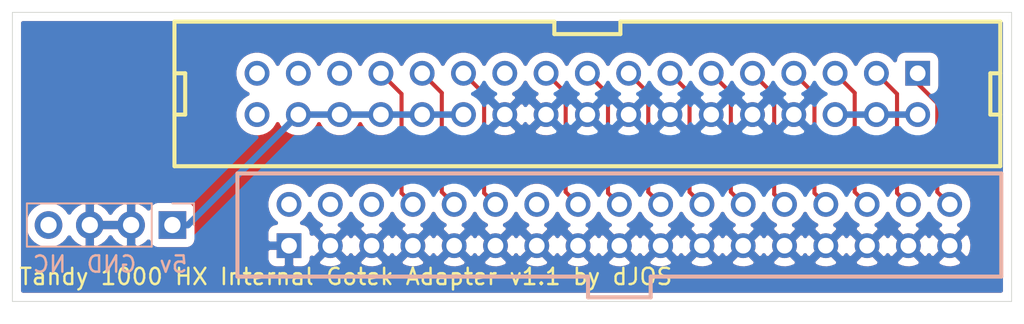
<source format=kicad_pcb>
(kicad_pcb (version 20171130) (host pcbnew "(5.1.5-0-10_14)")

  (general
    (thickness 1.6)
    (drawings 8)
    (tracks 53)
    (zones 0)
    (modules 3)
    (nets 17)
  )

  (page A4)
  (layers
    (0 F.Cu signal)
    (31 B.Cu signal)
    (32 B.Adhes user)
    (33 F.Adhes user)
    (34 B.Paste user)
    (35 F.Paste user)
    (36 B.SilkS user)
    (37 F.SilkS user)
    (38 B.Mask user)
    (39 F.Mask user)
    (40 Dwgs.User user)
    (41 Cmts.User user)
    (42 Eco1.User user)
    (43 Eco2.User user)
    (44 Edge.Cuts user)
    (45 Margin user)
    (46 B.CrtYd user)
    (47 F.CrtYd user)
    (48 B.Fab user)
    (49 F.Fab user)
  )

  (setup
    (last_trace_width 0.25)
    (user_trace_width 0.4)
    (trace_clearance 0.2)
    (zone_clearance 0.508)
    (zone_45_only no)
    (trace_min 0.2)
    (via_size 0.8)
    (via_drill 0.4)
    (via_min_size 0.4)
    (via_min_drill 0.3)
    (uvia_size 0.3)
    (uvia_drill 0.1)
    (uvias_allowed no)
    (uvia_min_size 0.2)
    (uvia_min_drill 0.1)
    (edge_width 0.05)
    (segment_width 0.2)
    (pcb_text_width 0.3)
    (pcb_text_size 1.5 1.5)
    (mod_edge_width 0.12)
    (mod_text_size 1 1)
    (mod_text_width 0.15)
    (pad_size 1.524 1.524)
    (pad_drill 0.762)
    (pad_to_mask_clearance 0.051)
    (solder_mask_min_width 0.25)
    (aux_axis_origin 0 0)
    (visible_elements 7FFFFF7F)
    (pcbplotparams
      (layerselection 0x010fc_ffffffff)
      (usegerberextensions false)
      (usegerberattributes false)
      (usegerberadvancedattributes false)
      (creategerberjobfile false)
      (excludeedgelayer true)
      (linewidth 0.100000)
      (plotframeref false)
      (viasonmask false)
      (mode 1)
      (useauxorigin false)
      (hpglpennumber 1)
      (hpglpenspeed 20)
      (hpglpendiameter 15.000000)
      (psnegative false)
      (psa4output false)
      (plotreference true)
      (plotvalue true)
      (plotinvisibletext false)
      (padsonsilk false)
      (subtractmaskfromsilk false)
      (outputformat 1)
      (mirror false)
      (drillshape 0)
      (scaleselection 1)
      (outputdirectory "Gerbers/"))
  )

  (net 0 "")
  (net 1 /12V)
  (net 2 /SIDESELECT)
  (net 3 /RDDATA)
  (net 4 /WRPRT)
  (net 5 /GND)
  (net 6 /WEN)
  (net 7 /WRDATA)
  (net 8 /5V)
  (net 9 /STEP)
  (net 10 /DIR)
  (net 11 /MTRON)
  (net 12 /DS2)
  (net 13 /DS0)
  (net 14 /Index)
  (net 15 /TRK0)
  (net 16 /DCHG)

  (net_class Default "This is the default net class."
    (clearance 0.2)
    (trace_width 0.25)
    (via_dia 0.8)
    (via_drill 0.4)
    (uvia_dia 0.3)
    (uvia_drill 0.1)
    (add_net /12V)
    (add_net /5V)
    (add_net /DCHG)
    (add_net /DIR)
    (add_net /DS0)
    (add_net /DS2)
    (add_net /GND)
    (add_net /Index)
    (add_net /MTRON)
    (add_net /RDDATA)
    (add_net /SIDESELECT)
    (add_net /STEP)
    (add_net /TRK0)
    (add_net /WEN)
    (add_net /WRDATA)
    (add_net /WRPRT)
  )

  (net_class /5V ""
    (clearance 0.2)
    (trace_width 0.4)
    (via_dia 0.8)
    (via_drill 0.4)
    (uvia_dia 0.3)
    (uvia_drill 0.1)
  )

  (module Dereks_Parts:IDC34M (layer F.Cu) (tedit 5E4CE1E4) (tstamp 5E4829D8)
    (at 50.6095 25.3365)
    (path /5E481995)
    (fp_text reference J1 (at 0 0) (layer F.SilkS) hide
      (effects (font (size 1.27 1.27) (thickness 0.15)))
    )
    (fp_text value Conn_02x17_Odd_Even (at 0 0) (layer F.SilkS) hide
      (effects (font (size 1.27 1.27) (thickness 0.15)))
    )
    (fp_line (start 24.79 -1.271) (end 25.4 -1.271) (layer F.SilkS) (width 0.25))
    (fp_line (start 24.79 1.271) (end 24.79 -1.271) (layer F.SilkS) (width 0.25))
    (fp_line (start 24.79 1.271) (end 25.4 1.271) (layer F.SilkS) (width 0.25))
    (fp_line (start -25.4 -1.271) (end -24.74 -1.271) (layer F.SilkS) (width 0.25))
    (fp_line (start -24.74 1.271) (end -24.74 -1.271) (layer F.SilkS) (width 0.25))
    (fp_line (start -25.4 1.271) (end -24.74 1.271) (layer F.SilkS) (width 0.25))
    (fp_line (start 2.032 -4.445) (end 25.4 -4.445) (layer F.SilkS) (width 0.25))
    (fp_line (start -25.4 -4.445) (end -2.032 -4.445) (layer F.SilkS) (width 0.25))
    (fp_line (start -25.4 4.445) (end -25.4 -4.445) (layer F.SilkS) (width 0.25))
    (fp_line (start -25.4 4.445) (end 25.4 4.445) (layer F.SilkS) (width 0.25))
    (fp_line (start 25.4 4.445) (end 25.4 -4.445) (layer F.SilkS) (width 0.25))
    (fp_line (start 2.032 -3.68) (end 2.032 -4.445) (layer F.SilkS) (width 0.25))
    (fp_line (start -2.032 -3.68) (end 2.032 -3.68) (layer F.SilkS) (width 0.25))
    (fp_line (start -2.032 -3.68) (end -2.032 -4.445) (layer F.SilkS) (width 0.25))
    (pad 34 thru_hole circle (at -20.32 1.27) (size 1.524 1.524) (drill 0.965) (layers *.Cu *.Mask)
      (zone_connect 1))
    (pad 33 thru_hole circle (at -20.32 -1.27) (size 1.524 1.524) (drill 0.965) (layers *.Cu *.Mask)
      (zone_connect 1))
    (pad 32 thru_hole circle (at -17.78 1.27) (size 1.524 1.524) (drill 0.965) (layers *.Cu *.Mask)
      (net 8 /5V) (zone_connect 1))
    (pad 31 thru_hole circle (at -17.78 -1.27) (size 1.524 1.524) (drill 0.965) (layers *.Cu *.Mask)
      (zone_connect 1))
    (pad 30 thru_hole circle (at -15.24 1.27) (size 1.524 1.524) (drill 0.965) (layers *.Cu *.Mask)
      (net 8 /5V) (zone_connect 1))
    (pad 29 thru_hole circle (at -15.24 -1.27) (size 1.524 1.524) (drill 0.965) (layers *.Cu *.Mask)
      (zone_connect 1))
    (pad 28 thru_hole circle (at -12.7 1.27) (size 1.524 1.524) (drill 0.965) (layers *.Cu *.Mask)
      (net 8 /5V) (zone_connect 1))
    (pad 27 thru_hole circle (at -12.7 -1.27) (size 1.524 1.524) (drill 0.965) (layers *.Cu *.Mask)
      (net 14 /Index) (zone_connect 1))
    (pad 24 thru_hole circle (at -7.62 1.27) (size 1.524 1.524) (drill 0.965) (layers *.Cu *.Mask)
      (net 8 /5V) (zone_connect 1))
    (pad 23 thru_hole circle (at -7.62 -1.27) (size 1.524 1.524) (drill 0.965) (layers *.Cu *.Mask)
      (net 12 /DS2) (zone_connect 1))
    (pad 22 thru_hole circle (at -5.08 1.27) (size 1.524 1.524) (drill 0.965) (layers *.Cu *.Mask)
      (net 5 /GND) (zone_connect 1))
    (pad 21 thru_hole circle (at -5.08 -1.27) (size 1.524 1.524) (drill 0.965) (layers *.Cu *.Mask)
      (zone_connect 1))
    (pad 1 thru_hole rect (at 20.32 -1.27) (size 1.524 1.524) (drill 0.965) (layers *.Cu *.Mask)
      (net 16 /DCHG) (zone_connect 1))
    (pad 3 thru_hole circle (at 17.78 -1.27) (size 1.524 1.524) (drill 0.965) (layers *.Cu *.Mask)
      (net 2 /SIDESELECT) (zone_connect 1))
    (pad 5 thru_hole circle (at 15.24 -1.27) (size 1.524 1.524) (drill 0.965) (layers *.Cu *.Mask)
      (net 3 /RDDATA) (zone_connect 1))
    (pad 7 thru_hole circle (at 12.7 -1.27) (size 1.524 1.524) (drill 0.965) (layers *.Cu *.Mask)
      (net 4 /WRPRT) (zone_connect 1))
    (pad 9 thru_hole circle (at 10.16 -1.27) (size 1.524 1.524) (drill 0.965) (layers *.Cu *.Mask)
      (net 15 /TRK0) (zone_connect 1))
    (pad 11 thru_hole circle (at 7.62 -1.27) (size 1.524 1.524) (drill 0.965) (layers *.Cu *.Mask)
      (net 6 /WEN) (zone_connect 1))
    (pad 13 thru_hole circle (at 5.08 -1.27) (size 1.524 1.524) (drill 0.965) (layers *.Cu *.Mask)
      (net 7 /WRDATA) (zone_connect 1))
    (pad 15 thru_hole circle (at 2.54 -1.27) (size 1.524 1.524) (drill 0.965) (layers *.Cu *.Mask)
      (net 9 /STEP) (zone_connect 1))
    (pad 17 thru_hole circle (at 0 -1.27) (size 1.524 1.524) (drill 0.965) (layers *.Cu *.Mask)
      (net 10 /DIR) (zone_connect 1))
    (pad 19 thru_hole circle (at -2.54 -1.27) (size 1.524 1.524) (drill 0.965) (layers *.Cu *.Mask)
      (net 11 /MTRON) (zone_connect 1))
    (pad 20 thru_hole circle (at -2.54 1.27) (size 1.524 1.524) (drill 0.965) (layers *.Cu *.Mask)
      (net 5 /GND) (zone_connect 1))
    (pad 18 thru_hole circle (at 0 1.27) (size 1.524 1.524) (drill 0.965) (layers *.Cu *.Mask)
      (net 5 /GND) (zone_connect 1))
    (pad 16 thru_hole circle (at 2.54 1.27) (size 1.524 1.524) (drill 0.965) (layers *.Cu *.Mask)
      (net 5 /GND) (zone_connect 1))
    (pad 14 thru_hole circle (at 5.08 1.27) (size 1.524 1.524) (drill 0.965) (layers *.Cu *.Mask)
      (net 5 /GND) (zone_connect 1))
    (pad 12 thru_hole circle (at 7.62 1.27) (size 1.524 1.524) (drill 0.965) (layers *.Cu *.Mask)
      (net 5 /GND) (zone_connect 1))
    (pad 10 thru_hole circle (at 10.16 1.27) (size 1.524 1.524) (drill 0.965) (layers *.Cu *.Mask)
      (net 5 /GND) (zone_connect 1))
    (pad 8 thru_hole circle (at 12.7 1.27) (size 1.524 1.524) (drill 0.965) (layers *.Cu *.Mask)
      (net 5 /GND) (zone_connect 1))
    (pad 6 thru_hole circle (at 15.24 1.27) (size 1.524 1.524) (drill 0.965) (layers *.Cu *.Mask)
      (net 1 /12V) (zone_connect 1))
    (pad 4 thru_hole circle (at 17.78 1.27) (size 1.524 1.524) (drill 0.965) (layers *.Cu *.Mask)
      (net 1 /12V) (zone_connect 1))
    (pad 2 thru_hole circle (at 20.32 1.27) (size 1.524 1.524) (drill 0.965) (layers *.Cu *.Mask)
      (net 1 /12V) (zone_connect 1))
    (pad 25 thru_hole circle (at -10.16 -1.27) (size 1.524 1.524) (drill 0.965) (layers *.Cu *.Mask)
      (net 13 /DS0) (zone_connect 1))
    (pad 26 thru_hole circle (at -10.16 1.27) (size 1.524 1.524) (drill 0.965) (layers *.Cu *.Mask)
      (net 8 /5V) (zone_connect 1))
    (model "${USER_3D_MODELS}/Con Headers/Part 1/hdr-2x17t_2.54x2.54_sh51x9.step"
      (at (xyz 0 0 0))
      (scale (xyz 1 1 1))
      (rotate (xyz 0 0 180))
    )
  )

  (module Dereks_Parts:IDC34F (layer B.Cu) (tedit 5E4CE19A) (tstamp 5E482A06)
    (at 52.578 33.401)
    (path /5E47F9BD)
    (fp_text reference J2 (at 0 0) (layer B.SilkS) hide
      (effects (font (size 1.27 1.27) (thickness 0.15)) (justify mirror))
    )
    (fp_text value Conn_02x17_Odd_Even (at 0 0) (layer B.SilkS) hide
      (effects (font (size 1.27 1.27) (thickness 0.15)) (justify mirror))
    )
    (fp_line (start -1.927 4.445) (end 1.927 4.445) (layer B.SilkS) (width 0.25))
    (fp_line (start 1.927 3.172) (end 1.927 4.445) (layer B.SilkS) (width 0.25))
    (fp_line (start -1.927 3.172) (end -1.927 4.445) (layer B.SilkS) (width 0.25))
    (fp_line (start 23.495 -3.175) (end 23.495 3.172) (layer B.SilkS) (width 0.25))
    (fp_line (start 1.927 3.172) (end 23.495 3.172) (layer B.SilkS) (width 0.25))
    (fp_line (start -23.495 -3.175) (end 23.495 -3.175) (layer B.SilkS) (width 0.25))
    (fp_line (start -23.495 -3.175) (end -23.495 3.172) (layer B.SilkS) (width 0.25))
    (fp_line (start -23.495 3.172) (end -1.927 3.172) (layer B.SilkS) (width 0.25))
    (pad 10 thru_hole circle (at -10.16 -1.27) (size 1.524 1.524) (drill 0.965) (layers *.Cu *.Mask)
      (net 13 /DS0) (zone_connect 1))
    (pad 9 thru_hole circle (at -10.16 1.27) (size 1.524 1.524) (drill 0.965) (layers *.Cu *.Mask)
      (net 5 /GND) (zone_connect 1))
    (pad 34 thru_hole circle (at 20.32 -1.27) (size 1.524 1.524) (drill 0.965) (layers *.Cu *.Mask)
      (net 16 /DCHG) (zone_connect 1))
    (pad 32 thru_hole circle (at 17.78 -1.27) (size 1.524 1.524) (drill 0.965) (layers *.Cu *.Mask)
      (net 2 /SIDESELECT) (zone_connect 1))
    (pad 30 thru_hole circle (at 15.24 -1.27) (size 1.524 1.524) (drill 0.965) (layers *.Cu *.Mask)
      (net 3 /RDDATA) (zone_connect 1))
    (pad 28 thru_hole circle (at 12.7 -1.27) (size 1.524 1.524) (drill 0.965) (layers *.Cu *.Mask)
      (net 4 /WRPRT) (zone_connect 1))
    (pad 26 thru_hole circle (at 10.16 -1.27) (size 1.524 1.524) (drill 0.965) (layers *.Cu *.Mask)
      (net 15 /TRK0) (zone_connect 1))
    (pad 24 thru_hole circle (at 7.62 -1.27) (size 1.524 1.524) (drill 0.965) (layers *.Cu *.Mask)
      (net 6 /WEN) (zone_connect 1))
    (pad 22 thru_hole circle (at 5.08 -1.27) (size 1.524 1.524) (drill 0.965) (layers *.Cu *.Mask)
      (net 7 /WRDATA) (zone_connect 1))
    (pad 20 thru_hole circle (at 2.54 -1.27) (size 1.524 1.524) (drill 0.965) (layers *.Cu *.Mask)
      (net 9 /STEP) (zone_connect 1))
    (pad 18 thru_hole circle (at 0 -1.27) (size 1.524 1.524) (drill 0.965) (layers *.Cu *.Mask)
      (net 10 /DIR) (zone_connect 1))
    (pad 16 thru_hole circle (at -2.54 -1.27) (size 1.524 1.524) (drill 0.965) (layers *.Cu *.Mask)
      (net 11 /MTRON) (zone_connect 1))
    (pad 15 thru_hole circle (at -2.54 1.27) (size 1.524 1.524) (drill 0.965) (layers *.Cu *.Mask)
      (net 5 /GND) (zone_connect 1))
    (pad 17 thru_hole circle (at 0 1.27) (size 1.524 1.524) (drill 0.965) (layers *.Cu *.Mask)
      (net 5 /GND) (zone_connect 1))
    (pad 19 thru_hole circle (at 2.54 1.27) (size 1.524 1.524) (drill 0.965) (layers *.Cu *.Mask)
      (net 5 /GND) (zone_connect 1))
    (pad 21 thru_hole circle (at 5.08 1.27) (size 1.524 1.524) (drill 0.965) (layers *.Cu *.Mask)
      (net 5 /GND) (zone_connect 1))
    (pad 23 thru_hole circle (at 7.62 1.27) (size 1.524 1.524) (drill 0.965) (layers *.Cu *.Mask)
      (net 5 /GND) (zone_connect 1))
    (pad 25 thru_hole circle (at 10.16 1.27) (size 1.524 1.524) (drill 0.965) (layers *.Cu *.Mask)
      (net 5 /GND) (zone_connect 1))
    (pad 27 thru_hole circle (at 12.7 1.27) (size 1.524 1.524) (drill 0.965) (layers *.Cu *.Mask)
      (net 5 /GND) (zone_connect 1))
    (pad 29 thru_hole circle (at 15.24 1.27) (size 1.524 1.524) (drill 0.965) (layers *.Cu *.Mask)
      (net 5 /GND) (zone_connect 1))
    (pad 31 thru_hole circle (at 17.78 1.27) (size 1.524 1.524) (drill 0.965) (layers *.Cu *.Mask)
      (net 5 /GND) (zone_connect 1))
    (pad 33 thru_hole circle (at 20.32 1.27) (size 1.524 1.524) (drill 0.965) (layers *.Cu *.Mask)
      (net 5 /GND) (zone_connect 1))
    (pad 13 thru_hole circle (at -5.08 1.27) (size 1.524 1.524) (drill 0.965) (layers *.Cu *.Mask)
      (net 5 /GND) (zone_connect 1))
    (pad 14 thru_hole circle (at -5.08 -1.27) (size 1.524 1.524) (drill 0.965) (layers *.Cu *.Mask)
      (zone_connect 1))
    (pad 11 thru_hole circle (at -7.62 1.27) (size 1.524 1.524) (drill 0.965) (layers *.Cu *.Mask)
      (net 5 /GND) (zone_connect 1))
    (pad 12 thru_hole circle (at -7.62 -1.27) (size 1.524 1.524) (drill 0.965) (layers *.Cu *.Mask)
      (net 12 /DS2) (zone_connect 1))
    (pad 7 thru_hole circle (at -12.7 1.27) (size 1.524 1.524) (drill 0.965) (layers *.Cu *.Mask)
      (net 5 /GND) (zone_connect 1))
    (pad 8 thru_hole circle (at -12.7 -1.27) (size 1.524 1.524) (drill 0.965) (layers *.Cu *.Mask)
      (net 14 /Index) (zone_connect 1))
    (pad 5 thru_hole circle (at -15.24 1.27) (size 1.524 1.524) (drill 0.965) (layers *.Cu *.Mask)
      (net 5 /GND) (zone_connect 1))
    (pad 6 thru_hole circle (at -15.24 -1.27) (size 1.524 1.524) (drill 0.965) (layers *.Cu *.Mask)
      (zone_connect 1))
    (pad 3 thru_hole circle (at -17.78 1.27) (size 1.524 1.524) (drill 0.965) (layers *.Cu *.Mask)
      (net 5 /GND) (zone_connect 1))
    (pad 4 thru_hole circle (at -17.78 -1.27) (size 1.524 1.524) (drill 0.965) (layers *.Cu *.Mask)
      (zone_connect 1))
    (pad 1 thru_hole rect (at -20.32 1.27) (size 1.524 1.524) (drill 0.965) (layers *.Cu *.Mask)
      (net 5 /GND) (zone_connect 1))
    (pad 2 thru_hole circle (at -20.32 -1.27) (size 1.524 1.524) (drill 0.965) (layers *.Cu *.Mask)
      (zone_connect 1))
    (model ${USER_3D_MODELS}/HIF3FB-34DA-2.54DSA.stp
      (offset (xyz -11.5 0 3))
      (scale (xyz 1 1 1))
      (rotate (xyz 0 180 180))
    )
  )

  (module Connector_PinSocket_2.54mm:PinSocket_1x04_P2.54mm_Vertical (layer B.Cu) (tedit 5A19A429) (tstamp 5E4D5824)
    (at 25.0825 33.401 90)
    (descr "Through hole straight socket strip, 1x04, 2.54mm pitch, single row (from Kicad 4.0.7), script generated")
    (tags "Through hole socket strip THT 1x04 2.54mm single row")
    (path /5E539838)
    (fp_text reference J3 (at 0 2.77 -90) (layer B.SilkS) hide
      (effects (font (size 1 1) (thickness 0.15)) (justify mirror))
    )
    (fp_text value Conn_01x04_Female (at 0 -10.39 -90) (layer B.Fab) hide
      (effects (font (size 1 1) (thickness 0.15)) (justify mirror))
    )
    (fp_text user %R (at 0 -3.81) (layer B.Fab)
      (effects (font (size 1 1) (thickness 0.15)) (justify mirror))
    )
    (fp_line (start -1.8 -9.4) (end -1.8 1.8) (layer B.CrtYd) (width 0.05))
    (fp_line (start 1.75 -9.4) (end -1.8 -9.4) (layer B.CrtYd) (width 0.05))
    (fp_line (start 1.75 1.8) (end 1.75 -9.4) (layer B.CrtYd) (width 0.05))
    (fp_line (start -1.8 1.8) (end 1.75 1.8) (layer B.CrtYd) (width 0.05))
    (fp_line (start 0 1.33) (end 1.33 1.33) (layer B.SilkS) (width 0.12))
    (fp_line (start 1.33 1.33) (end 1.33 0) (layer B.SilkS) (width 0.12))
    (fp_line (start 1.33 -1.27) (end 1.33 -8.95) (layer B.SilkS) (width 0.12))
    (fp_line (start -1.33 -8.95) (end 1.33 -8.95) (layer B.SilkS) (width 0.12))
    (fp_line (start -1.33 -1.27) (end -1.33 -8.95) (layer B.SilkS) (width 0.12))
    (fp_line (start -1.33 -1.27) (end 1.33 -1.27) (layer B.SilkS) (width 0.12))
    (fp_line (start -1.27 -8.89) (end -1.27 1.27) (layer B.Fab) (width 0.1))
    (fp_line (start 1.27 -8.89) (end -1.27 -8.89) (layer B.Fab) (width 0.1))
    (fp_line (start 1.27 0.635) (end 1.27 -8.89) (layer B.Fab) (width 0.1))
    (fp_line (start 0.635 1.27) (end 1.27 0.635) (layer B.Fab) (width 0.1))
    (fp_line (start -1.27 1.27) (end 0.635 1.27) (layer B.Fab) (width 0.1))
    (pad 4 thru_hole oval (at 0 -7.62 90) (size 1.7 1.7) (drill 1) (layers *.Cu *.Mask))
    (pad 3 thru_hole oval (at 0 -5.08 90) (size 1.7 1.7) (drill 1) (layers *.Cu *.Mask)
      (net 5 /GND))
    (pad 2 thru_hole oval (at 0 -2.54 90) (size 1.7 1.7) (drill 1) (layers *.Cu *.Mask)
      (net 5 /GND))
    (pad 1 thru_hole rect (at 0 0 90) (size 1.7 1.7) (drill 1) (layers *.Cu *.Mask)
      (net 8 /5V))
    (model ${KISYS3DMOD}/Connector_PinSocket_2.54mm.3dshapes/PinSocket_1x04_P2.54mm_Vertical.wrl
      (at (xyz 0 0 0))
      (scale (xyz 1 1 1))
      (rotate (xyz 0 0 0))
    )
  )

  (gr_text "Tandy 1000 HX Internal Gotek Adapter v1.1 by dJOS\n" (at 35.7505 36.576) (layer F.SilkS)
    (effects (font (size 1 1) (thickness 0.15)))
  )
  (gr_text "NC\n" (at 17.526 35.814) (layer B.SilkS)
    (effects (font (size 1 1) (thickness 0.15)) (justify mirror))
  )
  (gr_text GND (at 21.336 35.814) (layer B.SilkS)
    (effects (font (size 1 1) (thickness 0.15)) (justify mirror))
  )
  (gr_text 5v (at 25.146 35.814) (layer B.SilkS)
    (effects (font (size 1 1) (thickness 0.15)) (justify mirror))
  )
  (gr_line (start 15.24 20.32) (end 76.708 20.32) (layer Edge.Cuts) (width 0.05) (tstamp 5E49DCC0))
  (gr_line (start 15.24 38.1) (end 15.24 20.32) (layer Edge.Cuts) (width 0.05))
  (gr_line (start 76.708 38.1) (end 15.24 38.1) (layer Edge.Cuts) (width 0.05))
  (gr_line (start 76.708 20.32) (end 76.708 38.1) (layer Edge.Cuts) (width 0.05))

  (segment (start 70.9295 26.6065) (end 65.8495 26.6065) (width 0.4) (layer B.Cu) (net 1))
  (segment (start 69.6595 31.4325) (end 70.358 32.131) (width 0.25) (layer F.Cu) (net 2))
  (segment (start 69.6595 25.3365) (end 69.6595 31.4325) (width 0.25) (layer F.Cu) (net 2))
  (segment (start 68.3895 24.0665) (end 69.6595 25.3365) (width 0.25) (layer F.Cu) (net 2))
  (segment (start 67.056001 31.369001) (end 67.818 32.131) (width 0.25) (layer F.Cu) (net 3))
  (segment (start 67.056001 25.273001) (end 67.056001 31.369001) (width 0.25) (layer F.Cu) (net 3))
  (segment (start 65.8495 24.0665) (end 67.056001 25.273001) (width 0.25) (layer F.Cu) (net 3))
  (segment (start 64.5795 31.4325) (end 65.278 32.131) (width 0.25) (layer F.Cu) (net 4))
  (segment (start 64.5795 25.3365) (end 64.5795 31.4325) (width 0.25) (layer F.Cu) (net 4))
  (segment (start 63.3095 24.0665) (end 64.5795 25.3365) (width 0.25) (layer F.Cu) (net 4))
  (segment (start 20.0025 33.401) (end 22.5425 33.401) (width 0.4) (layer B.Cu) (net 5))
  (segment (start 22.5425 34.603081) (end 23.308919 35.3695) (width 0.4) (layer B.Cu) (net 5))
  (segment (start 22.5425 33.401) (end 22.5425 34.603081) (width 0.4) (layer B.Cu) (net 5))
  (segment (start 23.308919 35.3695) (end 28.956 35.3695) (width 0.4) (layer B.Cu) (net 5))
  (segment (start 29.6545 34.671) (end 32.258 34.671) (width 0.4) (layer B.Cu) (net 5))
  (segment (start 28.956 35.3695) (end 29.6545 34.671) (width 0.4) (layer B.Cu) (net 5))
  (segment (start 48.660001 33.508999) (end 48.259999 33.909001) (width 0.4) (layer B.Cu) (net 5))
  (segment (start 48.259999 33.909001) (end 47.498 34.671) (width 0.4) (layer B.Cu) (net 5))
  (segment (start 48.0695 26.6065) (end 48.660001 27.197001) (width 0.4) (layer B.Cu) (net 5))
  (segment (start 58.2295 24.0665) (end 59.436 25.273) (width 0.25) (layer F.Cu) (net 6))
  (segment (start 59.436001 31.369001) (end 60.198 32.131) (width 0.25) (layer F.Cu) (net 6))
  (segment (start 59.436 25.273) (end 59.436001 31.369001) (width 0.25) (layer F.Cu) (net 6))
  (segment (start 55.6895 24.0665) (end 56.896 25.273) (width 0.25) (layer F.Cu) (net 7))
  (segment (start 56.896001 31.369001) (end 57.658 32.131) (width 0.25) (layer F.Cu) (net 7))
  (segment (start 56.896 25.273) (end 56.896001 31.369001) (width 0.25) (layer F.Cu) (net 7))
  (segment (start 32.8295 26.6065) (end 42.9895 26.6065) (width 0.4) (layer B.Cu) (net 8))
  (segment (start 26.035 33.401) (end 25.0825 33.401) (width 0.4) (layer B.Cu) (net 8))
  (segment (start 32.8295 26.6065) (end 26.035 33.401) (width 0.4) (layer B.Cu) (net 8))
  (segment (start 53.1495 24.0665) (end 54.356 25.273) (width 0.25) (layer F.Cu) (net 9))
  (segment (start 54.356001 31.369001) (end 55.118 32.131) (width 0.25) (layer F.Cu) (net 9))
  (segment (start 54.356 25.273) (end 54.356001 31.369001) (width 0.25) (layer F.Cu) (net 9))
  (segment (start 51.8795 31.4325) (end 52.578 32.131) (width 0.25) (layer F.Cu) (net 10))
  (segment (start 51.8795 25.3365) (end 51.8795 31.4325) (width 0.25) (layer F.Cu) (net 10))
  (segment (start 50.6095 24.0665) (end 51.8795 25.3365) (width 0.25) (layer F.Cu) (net 10))
  (segment (start 48.0695 24.0665) (end 49.276 25.273) (width 0.25) (layer F.Cu) (net 11))
  (segment (start 49.276001 31.369001) (end 50.038 32.131) (width 0.25) (layer F.Cu) (net 11))
  (segment (start 49.276 25.273) (end 49.276001 31.369001) (width 0.25) (layer F.Cu) (net 11))
  (segment (start 44.2595 31.4325) (end 44.958 32.131) (width 0.25) (layer F.Cu) (net 12))
  (segment (start 44.2595 25.3365) (end 44.2595 31.4325) (width 0.25) (layer F.Cu) (net 12))
  (segment (start 42.9895 24.0665) (end 44.2595 25.3365) (width 0.25) (layer F.Cu) (net 12))
  (segment (start 41.656001 31.369001) (end 42.418 32.131) (width 0.25) (layer F.Cu) (net 13))
  (segment (start 41.656001 25.273001) (end 41.656001 31.369001) (width 0.25) (layer F.Cu) (net 13))
  (segment (start 40.4495 24.0665) (end 41.656001 25.273001) (width 0.25) (layer F.Cu) (net 13))
  (segment (start 39.1795 31.4325) (end 39.878 32.131) (width 0.25) (layer F.Cu) (net 14))
  (segment (start 39.1795 25.3365) (end 39.1795 31.4325) (width 0.25) (layer F.Cu) (net 14))
  (segment (start 37.9095 24.0665) (end 39.1795 25.3365) (width 0.25) (layer F.Cu) (net 14))
  (segment (start 62.103 31.496) (end 62.738 32.131) (width 0.25) (layer F.Cu) (net 15))
  (segment (start 62.103 25.4) (end 62.103 31.496) (width 0.25) (layer F.Cu) (net 15))
  (segment (start 60.7695 24.0665) (end 62.103 25.4) (width 0.25) (layer F.Cu) (net 15))
  (segment (start 72.136 31.369) (end 72.898 32.131) (width 0.25) (layer F.Cu) (net 16))
  (segment (start 72.136 25.908) (end 72.136 31.369) (width 0.25) (layer F.Cu) (net 16))
  (segment (start 70.9295 24.7015) (end 72.136 25.908) (width 0.25) (layer F.Cu) (net 16))
  (segment (start 70.9295 24.0665) (end 70.9295 24.7015) (width 0.25) (layer F.Cu) (net 16))

  (zone (net 5) (net_name /GND) (layer F.Cu) (tstamp 0) (hatch edge 0.508)
    (connect_pads (clearance 0.508))
    (min_thickness 0.254)
    (fill yes (arc_segments 32) (thermal_gap 0.508) (thermal_bridge_width 0.508))
    (polygon
      (pts
        (xy 77.216 38.862) (xy 14.859 38.862) (xy 14.986 20.066) (xy 14.986 19.939) (xy 77.216 19.939)
      )
    )
    (filled_polygon
      (pts
        (xy 76.048001 37.44) (xy 15.9 37.44) (xy 15.9 35.433) (xy 30.857928 35.433) (xy 30.870188 35.557482)
        (xy 30.906498 35.67718) (xy 30.965463 35.787494) (xy 31.044815 35.884185) (xy 31.141506 35.963537) (xy 31.25182 36.022502)
        (xy 31.371518 36.058812) (xy 31.496 36.071072) (xy 31.97225 36.068) (xy 32.131 35.90925) (xy 32.131 34.798)
        (xy 31.01975 34.798) (xy 30.861 34.95675) (xy 30.857928 35.433) (xy 15.9 35.433) (xy 15.9 33.25474)
        (xy 15.9775 33.25474) (xy 15.9775 33.54726) (xy 16.034568 33.834158) (xy 16.14651 34.104411) (xy 16.309025 34.347632)
        (xy 16.515868 34.554475) (xy 16.759089 34.71699) (xy 17.029342 34.828932) (xy 17.31624 34.886) (xy 17.60876 34.886)
        (xy 17.895658 34.828932) (xy 18.165911 34.71699) (xy 18.409132 34.554475) (xy 18.615975 34.347632) (xy 18.737695 34.165466)
        (xy 18.807322 34.282355) (xy 19.002231 34.498588) (xy 19.23558 34.672641) (xy 19.498401 34.797825) (xy 19.64561 34.842476)
        (xy 19.8755 34.721155) (xy 19.8755 33.528) (xy 20.1295 33.528) (xy 20.1295 34.721155) (xy 20.35939 34.842476)
        (xy 20.506599 34.797825) (xy 20.76942 34.672641) (xy 21.002769 34.498588) (xy 21.197678 34.282355) (xy 21.2725 34.156745)
        (xy 21.347322 34.282355) (xy 21.542231 34.498588) (xy 21.77558 34.672641) (xy 22.038401 34.797825) (xy 22.18561 34.842476)
        (xy 22.4155 34.721155) (xy 22.4155 33.528) (xy 20.1295 33.528) (xy 19.8755 33.528) (xy 19.8555 33.528)
        (xy 19.8555 33.274) (xy 19.8755 33.274) (xy 19.8755 32.080845) (xy 20.1295 32.080845) (xy 20.1295 33.274)
        (xy 22.4155 33.274) (xy 22.4155 32.080845) (xy 22.6695 32.080845) (xy 22.6695 33.274) (xy 22.6895 33.274)
        (xy 22.6895 33.528) (xy 22.6695 33.528) (xy 22.6695 34.721155) (xy 22.89939 34.842476) (xy 23.046599 34.797825)
        (xy 23.30942 34.672641) (xy 23.542769 34.498588) (xy 23.618534 34.414534) (xy 23.642998 34.49518) (xy 23.701963 34.605494)
        (xy 23.781315 34.702185) (xy 23.878006 34.781537) (xy 23.98832 34.840502) (xy 24.108018 34.876812) (xy 24.2325 34.889072)
        (xy 25.9325 34.889072) (xy 26.056982 34.876812) (xy 26.17668 34.840502) (xy 26.286994 34.781537) (xy 26.383685 34.702185)
        (xy 26.463037 34.605494) (xy 26.522002 34.49518) (xy 26.558312 34.375482) (xy 26.570572 34.251) (xy 26.570572 32.551)
        (xy 26.558312 32.426518) (xy 26.522002 32.30682) (xy 26.463037 32.196506) (xy 26.383685 32.099815) (xy 26.286994 32.020463)
        (xy 26.17668 31.961498) (xy 26.056982 31.925188) (xy 25.9325 31.912928) (xy 24.2325 31.912928) (xy 24.108018 31.925188)
        (xy 23.98832 31.961498) (xy 23.878006 32.020463) (xy 23.781315 32.099815) (xy 23.701963 32.196506) (xy 23.642998 32.30682)
        (xy 23.618534 32.387466) (xy 23.542769 32.303412) (xy 23.30942 32.129359) (xy 23.046599 32.004175) (xy 22.89939 31.959524)
        (xy 22.6695 32.080845) (xy 22.4155 32.080845) (xy 22.18561 31.959524) (xy 22.038401 32.004175) (xy 21.77558 32.129359)
        (xy 21.542231 32.303412) (xy 21.347322 32.519645) (xy 21.2725 32.645255) (xy 21.197678 32.519645) (xy 21.002769 32.303412)
        (xy 20.76942 32.129359) (xy 20.506599 32.004175) (xy 20.35939 31.959524) (xy 20.1295 32.080845) (xy 19.8755 32.080845)
        (xy 19.64561 31.959524) (xy 19.498401 32.004175) (xy 19.23558 32.129359) (xy 19.002231 32.303412) (xy 18.807322 32.519645)
        (xy 18.737695 32.636534) (xy 18.615975 32.454368) (xy 18.409132 32.247525) (xy 18.165911 32.08501) (xy 17.895658 31.973068)
        (xy 17.60876 31.916) (xy 17.31624 31.916) (xy 17.029342 31.973068) (xy 16.759089 32.08501) (xy 16.515868 32.247525)
        (xy 16.309025 32.454368) (xy 16.14651 32.697589) (xy 16.034568 32.967842) (xy 15.9775 33.25474) (xy 15.9 33.25474)
        (xy 15.9 23.928908) (xy 28.8925 23.928908) (xy 28.8925 24.204092) (xy 28.946186 24.47399) (xy 29.051495 24.728227)
        (xy 29.20438 24.957035) (xy 29.398965 25.15162) (xy 29.627773 25.304505) (xy 29.705015 25.3365) (xy 29.627773 25.368495)
        (xy 29.398965 25.52138) (xy 29.20438 25.715965) (xy 29.051495 25.944773) (xy 28.946186 26.19901) (xy 28.8925 26.468908)
        (xy 28.8925 26.744092) (xy 28.946186 27.01399) (xy 29.051495 27.268227) (xy 29.20438 27.497035) (xy 29.398965 27.69162)
        (xy 29.627773 27.844505) (xy 29.88201 27.949814) (xy 30.151908 28.0035) (xy 30.427092 28.0035) (xy 30.69699 27.949814)
        (xy 30.951227 27.844505) (xy 31.180035 27.69162) (xy 31.37462 27.497035) (xy 31.527505 27.268227) (xy 31.5595 27.190985)
        (xy 31.591495 27.268227) (xy 31.74438 27.497035) (xy 31.938965 27.69162) (xy 32.167773 27.844505) (xy 32.42201 27.949814)
        (xy 32.691908 28.0035) (xy 32.967092 28.0035) (xy 33.23699 27.949814) (xy 33.491227 27.844505) (xy 33.720035 27.69162)
        (xy 33.91462 27.497035) (xy 34.067505 27.268227) (xy 34.0995 27.190985) (xy 34.131495 27.268227) (xy 34.28438 27.497035)
        (xy 34.478965 27.69162) (xy 34.707773 27.844505) (xy 34.96201 27.949814) (xy 35.231908 28.0035) (xy 35.507092 28.0035)
        (xy 35.77699 27.949814) (xy 36.031227 27.844505) (xy 36.260035 27.69162) (xy 36.45462 27.497035) (xy 36.607505 27.268227)
        (xy 36.6395 27.190985) (xy 36.671495 27.268227) (xy 36.82438 27.497035) (xy 37.018965 27.69162) (xy 37.247773 27.844505)
        (xy 37.50201 27.949814) (xy 37.771908 28.0035) (xy 38.047092 28.0035) (xy 38.31699 27.949814) (xy 38.4195 27.907353)
        (xy 38.419501 31.236846) (xy 38.228535 31.04588) (xy 37.999727 30.892995) (xy 37.74549 30.787686) (xy 37.475592 30.734)
        (xy 37.200408 30.734) (xy 36.93051 30.787686) (xy 36.676273 30.892995) (xy 36.447465 31.04588) (xy 36.25288 31.240465)
        (xy 36.099995 31.469273) (xy 36.068 31.546515) (xy 36.036005 31.469273) (xy 35.88312 31.240465) (xy 35.688535 31.04588)
        (xy 35.459727 30.892995) (xy 35.20549 30.787686) (xy 34.935592 30.734) (xy 34.660408 30.734) (xy 34.39051 30.787686)
        (xy 34.136273 30.892995) (xy 33.907465 31.04588) (xy 33.71288 31.240465) (xy 33.559995 31.469273) (xy 33.528 31.546515)
        (xy 33.496005 31.469273) (xy 33.34312 31.240465) (xy 33.148535 31.04588) (xy 32.919727 30.892995) (xy 32.66549 30.787686)
        (xy 32.395592 30.734) (xy 32.120408 30.734) (xy 31.85051 30.787686) (xy 31.596273 30.892995) (xy 31.367465 31.04588)
        (xy 31.17288 31.240465) (xy 31.019995 31.469273) (xy 30.914686 31.72351) (xy 30.861 31.993408) (xy 30.861 32.268592)
        (xy 30.914686 32.53849) (xy 31.019995 32.792727) (xy 31.17288 33.021535) (xy 31.367465 33.21612) (xy 31.455465 33.27492)
        (xy 31.371518 33.283188) (xy 31.25182 33.319498) (xy 31.141506 33.378463) (xy 31.044815 33.457815) (xy 30.965463 33.554506)
        (xy 30.906498 33.66482) (xy 30.870188 33.784518) (xy 30.857928 33.909) (xy 30.861 34.38525) (xy 31.01975 34.544)
        (xy 32.131 34.544) (xy 32.131 34.524) (xy 32.385 34.524) (xy 32.385 34.544) (xy 32.405 34.544)
        (xy 32.405 34.798) (xy 32.385 34.798) (xy 32.385 35.90925) (xy 32.54375 36.068) (xy 33.02 36.071072)
        (xy 33.144482 36.058812) (xy 33.26418 36.022502) (xy 33.374494 35.963537) (xy 33.471185 35.884185) (xy 33.550537 35.787494)
        (xy 33.609502 35.67718) (xy 33.621822 35.636565) (xy 34.01204 35.636565) (xy 34.07902 35.876656) (xy 34.328048 35.993756)
        (xy 34.595135 36.060023) (xy 34.870017 36.07291) (xy 35.142133 36.031922) (xy 35.401023 35.938636) (xy 35.51698 35.876656)
        (xy 35.58396 35.636565) (xy 36.55204 35.636565) (xy 36.61902 35.876656) (xy 36.868048 35.993756) (xy 37.135135 36.060023)
        (xy 37.410017 36.07291) (xy 37.682133 36.031922) (xy 37.941023 35.938636) (xy 38.05698 35.876656) (xy 38.12396 35.636565)
        (xy 39.09204 35.636565) (xy 39.15902 35.876656) (xy 39.408048 35.993756) (xy 39.675135 36.060023) (xy 39.950017 36.07291)
        (xy 40.222133 36.031922) (xy 40.481023 35.938636) (xy 40.59698 35.876656) (xy 40.66396 35.636565) (xy 41.63204 35.636565)
        (xy 41.69902 35.876656) (xy 41.948048 35.993756) (xy 42.215135 36.060023) (xy 42.490017 36.07291) (xy 42.762133 36.031922)
        (xy 43.021023 35.938636) (xy 43.13698 35.876656) (xy 43.20396 35.636565) (xy 44.17204 35.636565) (xy 44.23902 35.876656)
        (xy 44.488048 35.993756) (xy 44.755135 36.060023) (xy 45.030017 36.07291) (xy 45.302133 36.031922) (xy 45.561023 35.938636)
        (xy 45.67698 35.876656) (xy 45.74396 35.636565) (xy 46.71204 35.636565) (xy 46.77902 35.876656) (xy 47.028048 35.993756)
        (xy 47.295135 36.060023) (xy 47.570017 36.07291) (xy 47.842133 36.031922) (xy 48.101023 35.938636) (xy 48.21698 35.876656)
        (xy 48.28396 35.636565) (xy 49.25204 35.636565) (xy 49.31902 35.876656) (xy 49.568048 35.993756) (xy 49.835135 36.060023)
        (xy 50.110017 36.07291) (xy 50.382133 36.031922) (xy 50.641023 35.938636) (xy 50.75698 35.876656) (xy 50.82396 35.636565)
        (xy 51.79204 35.636565) (xy 51.85902 35.876656) (xy 52.108048 35.993756) (xy 52.375135 36.060023) (xy 52.650017 36.07291)
        (xy 52.922133 36.031922) (xy 53.181023 35.938636) (xy 53.29698 35.876656) (xy 53.36396 35.636565) (xy 54.33204 35.636565)
        (xy 54.39902 35.876656) (xy 54.648048 35.993756) (xy 54.915135 36.060023) (xy 55.190017 36.07291) (xy 55.462133 36.031922)
        (xy 55.721023 35.938636) (xy 55.83698 35.876656) (xy 55.90396 35.636565) (xy 56.87204 35.636565) (xy 56.93902 35.876656)
        (xy 57.188048 35.993756) (xy 57.455135 36.060023) (xy 57.730017 36.07291) (xy 58.002133 36.031922) (xy 58.261023 35.938636)
        (xy 58.37698 35.876656) (xy 58.44396 35.636565) (xy 59.41204 35.636565) (xy 59.47902 35.876656) (xy 59.728048 35.993756)
        (xy 59.995135 36.060023) (xy 60.270017 36.07291) (xy 60.542133 36.031922) (xy 60.801023 35.938636) (xy 60.91698 35.876656)
        (xy 60.98396 35.636565) (xy 61.95204 35.636565) (xy 62.01902 35.876656) (xy 62.268048 35.993756) (xy 62.535135 36.060023)
        (xy 62.810017 36.07291) (xy 63.082133 36.031922) (xy 63.341023 35.938636) (xy 63.45698 35.876656) (xy 63.52396 35.636565)
        (xy 64.49204 35.636565) (xy 64.55902 35.876656) (xy 64.808048 35.993756) (xy 65.075135 36.060023) (xy 65.350017 36.07291)
        (xy 65.622133 36.031922) (xy 65.881023 35.938636) (xy 65.99698 35.876656) (xy 66.06396 35.636565) (xy 67.03204 35.636565)
        (xy 67.09902 35.876656) (xy 67.348048 35.993756) (xy 67.615135 36.060023) (xy 67.890017 36.07291) (xy 68.162133 36.031922)
        (xy 68.421023 35.938636) (xy 68.53698 35.876656) (xy 68.60396 35.636565) (xy 69.57204 35.636565) (xy 69.63902 35.876656)
        (xy 69.888048 35.993756) (xy 70.155135 36.060023) (xy 70.430017 36.07291) (xy 70.702133 36.031922) (xy 70.961023 35.938636)
        (xy 71.07698 35.876656) (xy 71.14396 35.636565) (xy 72.11204 35.636565) (xy 72.17902 35.876656) (xy 72.428048 35.993756)
        (xy 72.695135 36.060023) (xy 72.970017 36.07291) (xy 73.242133 36.031922) (xy 73.501023 35.938636) (xy 73.61698 35.876656)
        (xy 73.68396 35.636565) (xy 72.898 34.850605) (xy 72.11204 35.636565) (xy 71.14396 35.636565) (xy 70.358 34.850605)
        (xy 69.57204 35.636565) (xy 68.60396 35.636565) (xy 67.818 34.850605) (xy 67.03204 35.636565) (xy 66.06396 35.636565)
        (xy 65.278 34.850605) (xy 64.49204 35.636565) (xy 63.52396 35.636565) (xy 62.738 34.850605) (xy 61.95204 35.636565)
        (xy 60.98396 35.636565) (xy 60.198 34.850605) (xy 59.41204 35.636565) (xy 58.44396 35.636565) (xy 57.658 34.850605)
        (xy 56.87204 35.636565) (xy 55.90396 35.636565) (xy 55.118 34.850605) (xy 54.33204 35.636565) (xy 53.36396 35.636565)
        (xy 52.578 34.850605) (xy 51.79204 35.636565) (xy 50.82396 35.636565) (xy 50.038 34.850605) (xy 49.25204 35.636565)
        (xy 48.28396 35.636565) (xy 47.498 34.850605) (xy 46.71204 35.636565) (xy 45.74396 35.636565) (xy 44.958 34.850605)
        (xy 44.17204 35.636565) (xy 43.20396 35.636565) (xy 42.418 34.850605) (xy 41.63204 35.636565) (xy 40.66396 35.636565)
        (xy 39.878 34.850605) (xy 39.09204 35.636565) (xy 38.12396 35.636565) (xy 37.338 34.850605) (xy 36.55204 35.636565)
        (xy 35.58396 35.636565) (xy 34.798 34.850605) (xy 34.01204 35.636565) (xy 33.621822 35.636565) (xy 33.645812 35.557482)
        (xy 33.658072 35.433) (xy 33.657912 35.408272) (xy 33.832435 35.45696) (xy 34.618395 34.671) (xy 34.977605 34.671)
        (xy 35.763565 35.45696) (xy 36.003656 35.38998) (xy 36.065079 35.259356) (xy 36.070364 35.274023) (xy 36.132344 35.38998)
        (xy 36.372435 35.45696) (xy 37.158395 34.671) (xy 37.517605 34.671) (xy 38.303565 35.45696) (xy 38.543656 35.38998)
        (xy 38.605079 35.259356) (xy 38.610364 35.274023) (xy 38.672344 35.38998) (xy 38.912435 35.45696) (xy 39.698395 34.671)
        (xy 40.057605 34.671) (xy 40.843565 35.45696) (xy 41.083656 35.38998) (xy 41.145079 35.259356) (xy 41.150364 35.274023)
        (xy 41.212344 35.38998) (xy 41.452435 35.45696) (xy 42.238395 34.671) (xy 42.597605 34.671) (xy 43.383565 35.45696)
        (xy 43.623656 35.38998) (xy 43.685079 35.259356) (xy 43.690364 35.274023) (xy 43.752344 35.38998) (xy 43.992435 35.45696)
        (xy 44.778395 34.671) (xy 45.137605 34.671) (xy 45.923565 35.45696) (xy 46.163656 35.38998) (xy 46.225079 35.259356)
        (xy 46.230364 35.274023) (xy 46.292344 35.38998) (xy 46.532435 35.45696) (xy 47.318395 34.671) (xy 47.677605 34.671)
        (xy 48.463565 35.45696) (xy 48.703656 35.38998) (xy 48.765079 35.259356) (xy 48.770364 35.274023) (xy 48.832344 35.38998)
        (xy 49.072435 35.45696) (xy 49.858395 34.671) (xy 50.217605 34.671) (xy 51.003565 35.45696) (xy 51.243656 35.38998)
        (xy 51.305079 35.259356) (xy 51.310364 35.274023) (xy 51.372344 35.38998) (xy 51.612435 35.45696) (xy 52.398395 34.671)
        (xy 52.757605 34.671) (xy 53.543565 35.45696) (xy 53.783656 35.38998) (xy 53.845079 35.259356) (xy 53.850364 35.274023)
        (xy 53.912344 35.38998) (xy 54.152435 35.45696) (xy 54.938395 34.671) (xy 55.297605 34.671) (xy 56.083565 35.45696)
        (xy 56.323656 35.38998) (xy 56.385079 35.259356) (xy 56.390364 35.274023) (xy 56.452344 35.38998) (xy 56.692435 35.45696)
        (xy 57.478395 34.671) (xy 57.837605 34.671) (xy 58.623565 35.45696) (xy 58.863656 35.38998) (xy 58.925079 35.259356)
        (xy 58.930364 35.274023) (xy 58.992344 35.38998) (xy 59.232435 35.45696) (xy 60.018395 34.671) (xy 60.377605 34.671)
        (xy 61.163565 35.45696) (xy 61.403656 35.38998) (xy 61.465079 35.259356) (xy 61.470364 35.274023) (xy 61.532344 35.38998)
        (xy 61.772435 35.45696) (xy 62.558395 34.671) (xy 62.917605 34.671) (xy 63.703565 35.45696) (xy 63.943656 35.38998)
        (xy 64.005079 35.259356) (xy 64.010364 35.274023) (xy 64.072344 35.38998) (xy 64.312435 35.45696) (xy 65.098395 34.671)
        (xy 65.457605 34.671) (xy 66.243565 35.45696) (xy 66.483656 35.38998) (xy 66.545079 35.259356) (xy 66.550364 35.274023)
        (xy 66.612344 35.38998) (xy 66.852435 35.45696) (xy 67.638395 34.671) (xy 67.997605 34.671) (xy 68.783565 35.45696)
        (xy 69.023656 35.38998) (xy 69.085079 35.259356) (xy 69.090364 35.274023) (xy 69.152344 35.38998) (xy 69.392435 35.45696)
        (xy 70.178395 34.671) (xy 70.537605 34.671) (xy 71.323565 35.45696) (xy 71.563656 35.38998) (xy 71.625079 35.259356)
        (xy 71.630364 35.274023) (xy 71.692344 35.38998) (xy 71.932435 35.45696) (xy 72.718395 34.671) (xy 73.077605 34.671)
        (xy 73.863565 35.45696) (xy 74.103656 35.38998) (xy 74.220756 35.140952) (xy 74.287023 34.873865) (xy 74.29991 34.598983)
        (xy 74.258922 34.326867) (xy 74.165636 34.067977) (xy 74.103656 33.95202) (xy 73.863565 33.88504) (xy 73.077605 34.671)
        (xy 72.718395 34.671) (xy 71.932435 33.88504) (xy 71.692344 33.95202) (xy 71.630921 34.082644) (xy 71.625636 34.067977)
        (xy 71.563656 33.95202) (xy 71.323565 33.88504) (xy 70.537605 34.671) (xy 70.178395 34.671) (xy 69.392435 33.88504)
        (xy 69.152344 33.95202) (xy 69.090921 34.082644) (xy 69.085636 34.067977) (xy 69.023656 33.95202) (xy 68.783565 33.88504)
        (xy 67.997605 34.671) (xy 67.638395 34.671) (xy 66.852435 33.88504) (xy 66.612344 33.95202) (xy 66.550921 34.082644)
        (xy 66.545636 34.067977) (xy 66.483656 33.95202) (xy 66.243565 33.88504) (xy 65.457605 34.671) (xy 65.098395 34.671)
        (xy 64.312435 33.88504) (xy 64.072344 33.95202) (xy 64.010921 34.082644) (xy 64.005636 34.067977) (xy 63.943656 33.95202)
        (xy 63.703565 33.88504) (xy 62.917605 34.671) (xy 62.558395 34.671) (xy 61.772435 33.88504) (xy 61.532344 33.95202)
        (xy 61.470921 34.082644) (xy 61.465636 34.067977) (xy 61.403656 33.95202) (xy 61.163565 33.88504) (xy 60.377605 34.671)
        (xy 60.018395 34.671) (xy 59.232435 33.88504) (xy 58.992344 33.95202) (xy 58.930921 34.082644) (xy 58.925636 34.067977)
        (xy 58.863656 33.95202) (xy 58.623565 33.88504) (xy 57.837605 34.671) (xy 57.478395 34.671) (xy 56.692435 33.88504)
        (xy 56.452344 33.95202) (xy 56.390921 34.082644) (xy 56.385636 34.067977) (xy 56.323656 33.95202) (xy 56.083565 33.88504)
        (xy 55.297605 34.671) (xy 54.938395 34.671) (xy 54.152435 33.88504) (xy 53.912344 33.95202) (xy 53.850921 34.082644)
        (xy 53.845636 34.067977) (xy 53.783656 33.95202) (xy 53.543565 33.88504) (xy 52.757605 34.671) (xy 52.398395 34.671)
        (xy 51.612435 33.88504) (xy 51.372344 33.95202) (xy 51.310921 34.082644) (xy 51.305636 34.067977) (xy 51.243656 33.95202)
        (xy 51.003565 33.88504) (xy 50.217605 34.671) (xy 49.858395 34.671) (xy 49.072435 33.88504) (xy 48.832344 33.95202)
        (xy 48.770921 34.082644) (xy 48.765636 34.067977) (xy 48.703656 33.95202) (xy 48.463565 33.88504) (xy 47.677605 34.671)
        (xy 47.318395 34.671) (xy 46.532435 33.88504) (xy 46.292344 33.95202) (xy 46.230921 34.082644) (xy 46.225636 34.067977)
        (xy 46.163656 33.95202) (xy 45.923565 33.88504) (xy 45.137605 34.671) (xy 44.778395 34.671) (xy 43.992435 33.88504)
        (xy 43.752344 33.95202) (xy 43.690921 34.082644) (xy 43.685636 34.067977) (xy 43.623656 33.95202) (xy 43.383565 33.88504)
        (xy 42.597605 34.671) (xy 42.238395 34.671) (xy 41.452435 33.88504) (xy 41.212344 33.95202) (xy 41.150921 34.082644)
        (xy 41.145636 34.067977) (xy 41.083656 33.95202) (xy 40.843565 33.88504) (xy 40.057605 34.671) (xy 39.698395 34.671)
        (xy 38.912435 33.88504) (xy 38.672344 33.95202) (xy 38.610921 34.082644) (xy 38.605636 34.067977) (xy 38.543656 33.95202)
        (xy 38.303565 33.88504) (xy 37.517605 34.671) (xy 37.158395 34.671) (xy 36.372435 33.88504) (xy 36.132344 33.95202)
        (xy 36.070921 34.082644) (xy 36.065636 34.067977) (xy 36.003656 33.95202) (xy 35.763565 33.88504) (xy 34.977605 34.671)
        (xy 34.618395 34.671) (xy 33.832435 33.88504) (xy 33.657912 33.933728) (xy 33.658072 33.909) (xy 33.645812 33.784518)
        (xy 33.609502 33.66482) (xy 33.550537 33.554506) (xy 33.471185 33.457815) (xy 33.374494 33.378463) (xy 33.26418 33.319498)
        (xy 33.144482 33.283188) (xy 33.060535 33.27492) (xy 33.148535 33.21612) (xy 33.34312 33.021535) (xy 33.496005 32.792727)
        (xy 33.528 32.715485) (xy 33.559995 32.792727) (xy 33.71288 33.021535) (xy 33.907465 33.21612) (xy 34.136273 33.369005)
        (xy 34.207943 33.398692) (xy 34.194977 33.403364) (xy 34.07902 33.465344) (xy 34.01204 33.705435) (xy 34.798 34.491395)
        (xy 35.58396 33.705435) (xy 35.51698 33.465344) (xy 35.38124 33.401515) (xy 35.459727 33.369005) (xy 35.688535 33.21612)
        (xy 35.88312 33.021535) (xy 36.036005 32.792727) (xy 36.068 32.715485) (xy 36.099995 32.792727) (xy 36.25288 33.021535)
        (xy 36.447465 33.21612) (xy 36.676273 33.369005) (xy 36.747943 33.398692) (xy 36.734977 33.403364) (xy 36.61902 33.465344)
        (xy 36.55204 33.705435) (xy 37.338 34.491395) (xy 38.12396 33.705435) (xy 38.05698 33.465344) (xy 37.92124 33.401515)
        (xy 37.999727 33.369005) (xy 38.228535 33.21612) (xy 38.42312 33.021535) (xy 38.576005 32.792727) (xy 38.608 32.715485)
        (xy 38.639995 32.792727) (xy 38.79288 33.021535) (xy 38.987465 33.21612) (xy 39.216273 33.369005) (xy 39.287943 33.398692)
        (xy 39.274977 33.403364) (xy 39.15902 33.465344) (xy 39.09204 33.705435) (xy 39.878 34.491395) (xy 40.66396 33.705435)
        (xy 40.59698 33.465344) (xy 40.46124 33.401515) (xy 40.539727 33.369005) (xy 40.768535 33.21612) (xy 40.96312 33.021535)
        (xy 41.116005 32.792727) (xy 41.148 32.715485) (xy 41.179995 32.792727) (xy 41.33288 33.021535) (xy 41.527465 33.21612)
        (xy 41.756273 33.369005) (xy 41.827943 33.398692) (xy 41.814977 33.403364) (xy 41.69902 33.465344) (xy 41.63204 33.705435)
        (xy 42.418 34.491395) (xy 43.20396 33.705435) (xy 43.13698 33.465344) (xy 43.00124 33.401515) (xy 43.079727 33.369005)
        (xy 43.308535 33.21612) (xy 43.50312 33.021535) (xy 43.656005 32.792727) (xy 43.688 32.715485) (xy 43.719995 32.792727)
        (xy 43.87288 33.021535) (xy 44.067465 33.21612) (xy 44.296273 33.369005) (xy 44.367943 33.398692) (xy 44.354977 33.403364)
        (xy 44.23902 33.465344) (xy 44.17204 33.705435) (xy 44.958 34.491395) (xy 45.74396 33.705435) (xy 45.67698 33.465344)
        (xy 45.54124 33.401515) (xy 45.619727 33.369005) (xy 45.848535 33.21612) (xy 46.04312 33.021535) (xy 46.196005 32.792727)
        (xy 46.228 32.715485) (xy 46.259995 32.792727) (xy 46.41288 33.021535) (xy 46.607465 33.21612) (xy 46.836273 33.369005)
        (xy 46.907943 33.398692) (xy 46.894977 33.403364) (xy 46.77902 33.465344) (xy 46.71204 33.705435) (xy 47.498 34.491395)
        (xy 48.28396 33.705435) (xy 48.21698 33.465344) (xy 48.08124 33.401515) (xy 48.159727 33.369005) (xy 48.388535 33.21612)
        (xy 48.58312 33.021535) (xy 48.736005 32.792727) (xy 48.768 32.715485) (xy 48.799995 32.792727) (xy 48.95288 33.021535)
        (xy 49.147465 33.21612) (xy 49.376273 33.369005) (xy 49.447943 33.398692) (xy 49.434977 33.403364) (xy 49.31902 33.465344)
        (xy 49.25204 33.705435) (xy 50.038 34.491395) (xy 50.82396 33.705435) (xy 50.75698 33.465344) (xy 50.62124 33.401515)
        (xy 50.699727 33.369005) (xy 50.928535 33.21612) (xy 51.12312 33.021535) (xy 51.276005 32.792727) (xy 51.308 32.715485)
        (xy 51.339995 32.792727) (xy 51.49288 33.021535) (xy 51.687465 33.21612) (xy 51.916273 33.369005) (xy 51.987943 33.398692)
        (xy 51.974977 33.403364) (xy 51.85902 33.465344) (xy 51.79204 33.705435) (xy 52.578 34.491395) (xy 53.36396 33.705435)
        (xy 53.29698 33.465344) (xy 53.16124 33.401515) (xy 53.239727 33.369005) (xy 53.468535 33.21612) (xy 53.66312 33.021535)
        (xy 53.816005 32.792727) (xy 53.848 32.715485) (xy 53.879995 32.792727) (xy 54.03288 33.021535) (xy 54.227465 33.21612)
        (xy 54.456273 33.369005) (xy 54.527943 33.398692) (xy 54.514977 33.403364) (xy 54.39902 33.465344) (xy 54.33204 33.705435)
        (xy 55.118 34.491395) (xy 55.90396 33.705435) (xy 55.83698 33.465344) (xy 55.70124 33.401515) (xy 55.779727 33.369005)
        (xy 56.008535 33.21612) (xy 56.20312 33.021535) (xy 56.356005 32.792727) (xy 56.388 32.715485) (xy 56.419995 32.792727)
        (xy 56.57288 33.021535) (xy 56.767465 33.21612) (xy 56.996273 33.369005) (xy 57.067943 33.398692) (xy 57.054977 33.403364)
        (xy 56.93902 33.465344) (xy 56.87204 33.705435) (xy 57.658 34.491395) (xy 58.44396 33.705435) (xy 58.37698 33.465344)
        (xy 58.24124 33.401515) (xy 58.319727 33.369005) (xy 58.548535 33.21612) (xy 58.74312 33.021535) (xy 58.896005 32.792727)
        (xy 58.928 32.715485) (xy 58.959995 32.792727) (xy 59.11288 33.021535) (xy 59.307465 33.21612) (xy 59.536273 33.369005)
        (xy 59.607943 33.398692) (xy 59.594977 33.403364) (xy 59.47902 33.465344) (xy 59.41204 33.705435) (xy 60.198 34.491395)
        (xy 60.98396 33.705435) (xy 60.91698 33.465344) (xy 60.78124 33.401515) (xy 60.859727 33.369005) (xy 61.088535 33.21612)
        (xy 61.28312 33.021535) (xy 61.436005 32.792727) (xy 61.468 32.715485) (xy 61.499995 32.792727) (xy 61.65288 33.021535)
        (xy 61.847465 33.21612) (xy 62.076273 33.369005) (xy 62.147943 33.398692) (xy 62.134977 33.403364) (xy 62.01902 33.465344)
        (xy 61.95204 33.705435) (xy 62.738 34.491395) (xy 63.52396 33.705435) (xy 63.45698 33.465344) (xy 63.32124 33.401515)
        (xy 63.399727 33.369005) (xy 63.628535 33.21612) (xy 63.82312 33.021535) (xy 63.976005 32.792727) (xy 64.008 32.715485)
        (xy 64.039995 32.792727) (xy 64.19288 33.021535) (xy 64.387465 33.21612) (xy 64.616273 33.369005) (xy 64.687943 33.398692)
        (xy 64.674977 33.403364) (xy 64.55902 33.465344) (xy 64.49204 33.705435) (xy 65.278 34.491395) (xy 66.06396 33.705435)
        (xy 65.99698 33.465344) (xy 65.86124 33.401515) (xy 65.939727 33.369005) (xy 66.168535 33.21612) (xy 66.36312 33.021535)
        (xy 66.516005 32.792727) (xy 66.548 32.715485) (xy 66.579995 32.792727) (xy 66.73288 33.021535) (xy 66.927465 33.21612)
        (xy 67.156273 33.369005) (xy 67.227943 33.398692) (xy 67.214977 33.403364) (xy 67.09902 33.465344) (xy 67.03204 33.705435)
        (xy 67.818 34.491395) (xy 68.60396 33.705435) (xy 68.53698 33.465344) (xy 68.40124 33.401515) (xy 68.479727 33.369005)
        (xy 68.708535 33.21612) (xy 68.90312 33.021535) (xy 69.056005 32.792727) (xy 69.088 32.715485) (xy 69.119995 32.792727)
        (xy 69.27288 33.021535) (xy 69.467465 33.21612) (xy 69.696273 33.369005) (xy 69.767943 33.398692) (xy 69.754977 33.403364)
        (xy 69.63902 33.465344) (xy 69.57204 33.705435) (xy 70.358 34.491395) (xy 71.14396 33.705435) (xy 71.07698 33.465344)
        (xy 70.94124 33.401515) (xy 71.019727 33.369005) (xy 71.248535 33.21612) (xy 71.44312 33.021535) (xy 71.596005 32.792727)
        (xy 71.628 32.715485) (xy 71.659995 32.792727) (xy 71.81288 33.021535) (xy 72.007465 33.21612) (xy 72.236273 33.369005)
        (xy 72.307943 33.398692) (xy 72.294977 33.403364) (xy 72.17902 33.465344) (xy 72.11204 33.705435) (xy 72.898 34.491395)
        (xy 73.68396 33.705435) (xy 73.61698 33.465344) (xy 73.48124 33.401515) (xy 73.559727 33.369005) (xy 73.788535 33.21612)
        (xy 73.98312 33.021535) (xy 74.136005 32.792727) (xy 74.241314 32.53849) (xy 74.295 32.268592) (xy 74.295 31.993408)
        (xy 74.241314 31.72351) (xy 74.136005 31.469273) (xy 73.98312 31.240465) (xy 73.788535 31.04588) (xy 73.559727 30.892995)
        (xy 73.30549 30.787686) (xy 73.035592 30.734) (xy 72.896 30.734) (xy 72.896 25.945325) (xy 72.899676 25.908)
        (xy 72.896 25.870675) (xy 72.896 25.870667) (xy 72.885003 25.759014) (xy 72.841546 25.615753) (xy 72.770974 25.483724)
        (xy 72.676001 25.367999) (xy 72.647004 25.344202) (xy 72.302992 25.00019) (xy 72.317312 24.952982) (xy 72.329572 24.8285)
        (xy 72.329572 23.3045) (xy 72.317312 23.180018) (xy 72.281002 23.06032) (xy 72.222037 22.950006) (xy 72.142685 22.853315)
        (xy 72.045994 22.773963) (xy 71.93568 22.714998) (xy 71.815982 22.678688) (xy 71.6915 22.666428) (xy 70.1675 22.666428)
        (xy 70.043018 22.678688) (xy 69.92332 22.714998) (xy 69.813006 22.773963) (xy 69.716315 22.853315) (xy 69.636963 22.950006)
        (xy 69.577998 23.06032) (xy 69.541688 23.180018) (xy 69.53342 23.263965) (xy 69.47462 23.175965) (xy 69.280035 22.98138)
        (xy 69.051227 22.828495) (xy 68.79699 22.723186) (xy 68.527092 22.6695) (xy 68.251908 22.6695) (xy 67.98201 22.723186)
        (xy 67.727773 22.828495) (xy 67.498965 22.98138) (xy 67.30438 23.175965) (xy 67.151495 23.404773) (xy 67.1195 23.482015)
        (xy 67.087505 23.404773) (xy 66.93462 23.175965) (xy 66.740035 22.98138) (xy 66.511227 22.828495) (xy 66.25699 22.723186)
        (xy 65.987092 22.6695) (xy 65.711908 22.6695) (xy 65.44201 22.723186) (xy 65.187773 22.828495) (xy 64.958965 22.98138)
        (xy 64.76438 23.175965) (xy 64.611495 23.404773) (xy 64.5795 23.482015) (xy 64.547505 23.404773) (xy 64.39462 23.175965)
        (xy 64.200035 22.98138) (xy 63.971227 22.828495) (xy 63.71699 22.723186) (xy 63.447092 22.6695) (xy 63.171908 22.6695)
        (xy 62.90201 22.723186) (xy 62.647773 22.828495) (xy 62.418965 22.98138) (xy 62.22438 23.175965) (xy 62.071495 23.404773)
        (xy 62.0395 23.482015) (xy 62.007505 23.404773) (xy 61.85462 23.175965) (xy 61.660035 22.98138) (xy 61.431227 22.828495)
        (xy 61.17699 22.723186) (xy 60.907092 22.6695) (xy 60.631908 22.6695) (xy 60.36201 22.723186) (xy 60.107773 22.828495)
        (xy 59.878965 22.98138) (xy 59.68438 23.175965) (xy 59.531495 23.404773) (xy 59.4995 23.482015) (xy 59.467505 23.404773)
        (xy 59.31462 23.175965) (xy 59.120035 22.98138) (xy 58.891227 22.828495) (xy 58.63699 22.723186) (xy 58.367092 22.6695)
        (xy 58.091908 22.6695) (xy 57.82201 22.723186) (xy 57.567773 22.828495) (xy 57.338965 22.98138) (xy 57.14438 23.175965)
        (xy 56.991495 23.404773) (xy 56.9595 23.482015) (xy 56.927505 23.404773) (xy 56.77462 23.175965) (xy 56.580035 22.98138)
        (xy 56.351227 22.828495) (xy 56.09699 22.723186) (xy 55.827092 22.6695) (xy 55.551908 22.6695) (xy 55.28201 22.723186)
        (xy 55.027773 22.828495) (xy 54.798965 22.98138) (xy 54.60438 23.175965) (xy 54.451495 23.404773) (xy 54.4195 23.482015)
        (xy 54.387505 23.404773) (xy 54.23462 23.175965) (xy 54.040035 22.98138) (xy 53.811227 22.828495) (xy 53.55699 22.723186)
        (xy 53.287092 22.6695) (xy 53.011908 22.6695) (xy 52.74201 22.723186) (xy 52.487773 22.828495) (xy 52.258965 22.98138)
        (xy 52.06438 23.175965) (xy 51.911495 23.404773) (xy 51.8795 23.482015) (xy 51.847505 23.404773) (xy 51.69462 23.175965)
        (xy 51.500035 22.98138) (xy 51.271227 22.828495) (xy 51.01699 22.723186) (xy 50.747092 22.6695) (xy 50.471908 22.6695)
        (xy 50.20201 22.723186) (xy 49.947773 22.828495) (xy 49.718965 22.98138) (xy 49.52438 23.175965) (xy 49.371495 23.404773)
        (xy 49.3395 23.482015) (xy 49.307505 23.404773) (xy 49.15462 23.175965) (xy 48.960035 22.98138) (xy 48.731227 22.828495)
        (xy 48.47699 22.723186) (xy 48.207092 22.6695) (xy 47.931908 22.6695) (xy 47.66201 22.723186) (xy 47.407773 22.828495)
        (xy 47.178965 22.98138) (xy 46.98438 23.175965) (xy 46.831495 23.404773) (xy 46.7995 23.482015) (xy 46.767505 23.404773)
        (xy 46.61462 23.175965) (xy 46.420035 22.98138) (xy 46.191227 22.828495) (xy 45.93699 22.723186) (xy 45.667092 22.6695)
        (xy 45.391908 22.6695) (xy 45.12201 22.723186) (xy 44.867773 22.828495) (xy 44.638965 22.98138) (xy 44.44438 23.175965)
        (xy 44.291495 23.404773) (xy 44.2595 23.482015) (xy 44.227505 23.404773) (xy 44.07462 23.175965) (xy 43.880035 22.98138)
        (xy 43.651227 22.828495) (xy 43.39699 22.723186) (xy 43.127092 22.6695) (xy 42.851908 22.6695) (xy 42.58201 22.723186)
        (xy 42.327773 22.828495) (xy 42.098965 22.98138) (xy 41.90438 23.175965) (xy 41.751495 23.404773) (xy 41.7195 23.482015)
        (xy 41.687505 23.404773) (xy 41.53462 23.175965) (xy 41.340035 22.98138) (xy 41.111227 22.828495) (xy 40.85699 22.723186)
        (xy 40.587092 22.6695) (xy 40.311908 22.6695) (xy 40.04201 22.723186) (xy 39.787773 22.828495) (xy 39.558965 22.98138)
        (xy 39.36438 23.175965) (xy 39.211495 23.404773) (xy 39.1795 23.482015) (xy 39.147505 23.404773) (xy 38.99462 23.175965)
        (xy 38.800035 22.98138) (xy 38.571227 22.828495) (xy 38.31699 22.723186) (xy 38.047092 22.6695) (xy 37.771908 22.6695)
        (xy 37.50201 22.723186) (xy 37.247773 22.828495) (xy 37.018965 22.98138) (xy 36.82438 23.175965) (xy 36.671495 23.404773)
        (xy 36.6395 23.482015) (xy 36.607505 23.404773) (xy 36.45462 23.175965) (xy 36.260035 22.98138) (xy 36.031227 22.828495)
        (xy 35.77699 22.723186) (xy 35.507092 22.6695) (xy 35.231908 22.6695) (xy 34.96201 22.723186) (xy 34.707773 22.828495)
        (xy 34.478965 22.98138) (xy 34.28438 23.175965) (xy 34.131495 23.404773) (xy 34.0995 23.482015) (xy 34.067505 23.404773)
        (xy 33.91462 23.175965) (xy 33.720035 22.98138) (xy 33.491227 22.828495) (xy 33.23699 22.723186) (xy 32.967092 22.6695)
        (xy 32.691908 22.6695) (xy 32.42201 22.723186) (xy 32.167773 22.828495) (xy 31.938965 22.98138) (xy 31.74438 23.175965)
        (xy 31.591495 23.404773) (xy 31.5595 23.482015) (xy 31.527505 23.404773) (xy 31.37462 23.175965) (xy 31.180035 22.98138)
        (xy 30.951227 22.828495) (xy 30.69699 22.723186) (xy 30.427092 22.6695) (xy 30.151908 22.6695) (xy 29.88201 22.723186)
        (xy 29.627773 22.828495) (xy 29.398965 22.98138) (xy 29.20438 23.175965) (xy 29.051495 23.404773) (xy 28.946186 23.65901)
        (xy 28.8925 23.928908) (xy 15.9 23.928908) (xy 15.9 20.98) (xy 76.048 20.98)
      )
    )
    (filled_polygon
      (pts
        (xy 46.831495 24.728227) (xy 46.98438 24.957035) (xy 47.178965 25.15162) (xy 47.407773 25.304505) (xy 47.479443 25.334192)
        (xy 47.466477 25.338864) (xy 47.35052 25.400844) (xy 47.28354 25.640935) (xy 48.0695 26.426895) (xy 48.083643 26.412753)
        (xy 48.263248 26.592358) (xy 48.249105 26.6065) (xy 48.263248 26.620643) (xy 48.083643 26.800248) (xy 48.0695 26.786105)
        (xy 47.28354 27.572065) (xy 47.35052 27.812156) (xy 47.599548 27.929256) (xy 47.866635 27.995523) (xy 48.141517 28.00841)
        (xy 48.413633 27.967422) (xy 48.516001 27.930536) (xy 48.516002 31.173347) (xy 48.388535 31.04588) (xy 48.159727 30.892995)
        (xy 47.90549 30.787686) (xy 47.635592 30.734) (xy 47.360408 30.734) (xy 47.09051 30.787686) (xy 46.836273 30.892995)
        (xy 46.607465 31.04588) (xy 46.41288 31.240465) (xy 46.259995 31.469273) (xy 46.228 31.546515) (xy 46.196005 31.469273)
        (xy 46.04312 31.240465) (xy 45.848535 31.04588) (xy 45.619727 30.892995) (xy 45.36549 30.787686) (xy 45.095592 30.734)
        (xy 45.0195 30.734) (xy 45.0195 27.910424) (xy 45.059548 27.929256) (xy 45.326635 27.995523) (xy 45.601517 28.00841)
        (xy 45.873633 27.967422) (xy 46.132523 27.874136) (xy 46.24848 27.812156) (xy 46.31546 27.572065) (xy 45.5295 26.786105)
        (xy 45.515358 26.800248) (xy 45.335753 26.620643) (xy 45.349895 26.6065) (xy 45.709105 26.6065) (xy 46.495065 27.39246)
        (xy 46.735156 27.32548) (xy 46.796579 27.194856) (xy 46.801864 27.209523) (xy 46.863844 27.32548) (xy 47.103935 27.39246)
        (xy 47.889895 26.6065) (xy 47.103935 25.82054) (xy 46.863844 25.88752) (xy 46.802421 26.018144) (xy 46.797136 26.003477)
        (xy 46.735156 25.88752) (xy 46.495065 25.82054) (xy 45.709105 26.6065) (xy 45.349895 26.6065) (xy 45.335753 26.592358)
        (xy 45.515358 26.412753) (xy 45.5295 26.426895) (xy 46.31546 25.640935) (xy 46.24848 25.400844) (xy 46.11274 25.337015)
        (xy 46.191227 25.304505) (xy 46.420035 25.15162) (xy 46.61462 24.957035) (xy 46.767505 24.728227) (xy 46.7995 24.650985)
      )
    )
    (filled_polygon
      (pts
        (xy 50.803248 26.592358) (xy 50.789105 26.6065) (xy 50.803248 26.620643) (xy 50.623643 26.800248) (xy 50.6095 26.786105)
        (xy 50.595358 26.800248) (xy 50.415753 26.620643) (xy 50.429895 26.6065) (xy 50.415753 26.592358) (xy 50.595358 26.412753)
        (xy 50.6095 26.426895) (xy 50.623643 26.412753)
      )
    )
    (filled_polygon
      (pts
        (xy 63.503248 26.592358) (xy 63.489105 26.6065) (xy 63.503248 26.620643) (xy 63.323643 26.800248) (xy 63.3095 26.786105)
        (xy 63.295358 26.800248) (xy 63.115753 26.620643) (xy 63.129895 26.6065) (xy 63.115753 26.592358) (xy 63.295358 26.412753)
        (xy 63.3095 26.426895) (xy 63.323643 26.412753)
      )
    )
    (filled_polygon
      (pts
        (xy 60.963248 26.592358) (xy 60.949105 26.6065) (xy 60.963248 26.620643) (xy 60.783643 26.800248) (xy 60.7695 26.786105)
        (xy 60.755358 26.800248) (xy 60.575753 26.620643) (xy 60.589895 26.6065) (xy 60.575753 26.592358) (xy 60.755358 26.412753)
        (xy 60.7695 26.426895) (xy 60.783643 26.412753)
      )
    )
    (filled_polygon
      (pts
        (xy 58.423248 26.592358) (xy 58.409105 26.6065) (xy 58.423248 26.620643) (xy 58.243643 26.800248) (xy 58.2295 26.786105)
        (xy 58.215358 26.800248) (xy 58.035753 26.620643) (xy 58.049895 26.6065) (xy 58.035753 26.592358) (xy 58.215358 26.412753)
        (xy 58.2295 26.426895) (xy 58.243643 26.412753)
      )
    )
    (filled_polygon
      (pts
        (xy 55.883248 26.592358) (xy 55.869105 26.6065) (xy 55.883248 26.620643) (xy 55.703643 26.800248) (xy 55.6895 26.786105)
        (xy 55.675358 26.800248) (xy 55.495753 26.620643) (xy 55.509895 26.6065) (xy 55.495753 26.592358) (xy 55.675358 26.412753)
        (xy 55.6895 26.426895) (xy 55.703643 26.412753)
      )
    )
    (filled_polygon
      (pts
        (xy 53.343248 26.592358) (xy 53.329105 26.6065) (xy 53.343248 26.620643) (xy 53.163643 26.800248) (xy 53.1495 26.786105)
        (xy 53.135358 26.800248) (xy 52.955753 26.620643) (xy 52.969895 26.6065) (xy 52.955753 26.592358) (xy 53.135358 26.412753)
        (xy 53.1495 26.426895) (xy 53.163643 26.412753)
      )
    )
  )
  (zone (net 5) (net_name /GND) (layer B.Cu) (tstamp 0) (hatch edge 0.508)
    (connect_pads (clearance 0.508))
    (min_thickness 0.254)
    (fill yes (arc_segments 32) (thermal_gap 0.508) (thermal_bridge_width 0.508))
    (polygon
      (pts
        (xy 77.47 39.497) (xy 14.478 39.497) (xy 14.732 19.558) (xy 77.47 19.558)
      )
    )
    (filled_polygon
      (pts
        (xy 76.048001 37.44) (xy 15.9 37.44) (xy 15.9 35.433) (xy 30.857928 35.433) (xy 30.870188 35.557482)
        (xy 30.906498 35.67718) (xy 30.965463 35.787494) (xy 31.044815 35.884185) (xy 31.141506 35.963537) (xy 31.25182 36.022502)
        (xy 31.371518 36.058812) (xy 31.496 36.071072) (xy 31.97225 36.068) (xy 32.131 35.90925) (xy 32.131 34.798)
        (xy 31.01975 34.798) (xy 30.861 34.95675) (xy 30.857928 35.433) (xy 15.9 35.433) (xy 15.9 33.25474)
        (xy 15.9775 33.25474) (xy 15.9775 33.54726) (xy 16.034568 33.834158) (xy 16.14651 34.104411) (xy 16.309025 34.347632)
        (xy 16.515868 34.554475) (xy 16.759089 34.71699) (xy 17.029342 34.828932) (xy 17.31624 34.886) (xy 17.60876 34.886)
        (xy 17.895658 34.828932) (xy 18.165911 34.71699) (xy 18.409132 34.554475) (xy 18.615975 34.347632) (xy 18.737695 34.165466)
        (xy 18.807322 34.282355) (xy 19.002231 34.498588) (xy 19.23558 34.672641) (xy 19.498401 34.797825) (xy 19.64561 34.842476)
        (xy 19.8755 34.721155) (xy 19.8755 33.528) (xy 20.1295 33.528) (xy 20.1295 34.721155) (xy 20.35939 34.842476)
        (xy 20.506599 34.797825) (xy 20.76942 34.672641) (xy 21.002769 34.498588) (xy 21.197678 34.282355) (xy 21.2725 34.156745)
        (xy 21.347322 34.282355) (xy 21.542231 34.498588) (xy 21.77558 34.672641) (xy 22.038401 34.797825) (xy 22.18561 34.842476)
        (xy 22.4155 34.721155) (xy 22.4155 33.528) (xy 20.1295 33.528) (xy 19.8755 33.528) (xy 19.8555 33.528)
        (xy 19.8555 33.274) (xy 19.8755 33.274) (xy 19.8755 32.080845) (xy 20.1295 32.080845) (xy 20.1295 33.274)
        (xy 22.4155 33.274) (xy 22.4155 32.080845) (xy 22.6695 32.080845) (xy 22.6695 33.274) (xy 22.6895 33.274)
        (xy 22.6895 33.528) (xy 22.6695 33.528) (xy 22.6695 34.721155) (xy 22.89939 34.842476) (xy 23.046599 34.797825)
        (xy 23.30942 34.672641) (xy 23.542769 34.498588) (xy 23.618534 34.414534) (xy 23.642998 34.49518) (xy 23.701963 34.605494)
        (xy 23.781315 34.702185) (xy 23.878006 34.781537) (xy 23.98832 34.840502) (xy 24.108018 34.876812) (xy 24.2325 34.889072)
        (xy 25.9325 34.889072) (xy 26.056982 34.876812) (xy 26.17668 34.840502) (xy 26.286994 34.781537) (xy 26.383685 34.702185)
        (xy 26.463037 34.605494) (xy 26.522002 34.49518) (xy 26.558312 34.375482) (xy 26.570572 34.251) (xy 26.570572 34.04166)
        (xy 26.628291 33.994291) (xy 26.654446 33.962421) (xy 26.707867 33.909) (xy 30.857928 33.909) (xy 30.861 34.38525)
        (xy 31.01975 34.544) (xy 32.131 34.544) (xy 32.131 34.524) (xy 32.385 34.524) (xy 32.385 34.544)
        (xy 32.405 34.544) (xy 32.405 34.798) (xy 32.385 34.798) (xy 32.385 35.90925) (xy 32.54375 36.068)
        (xy 33.02 36.071072) (xy 33.144482 36.058812) (xy 33.26418 36.022502) (xy 33.374494 35.963537) (xy 33.471185 35.884185)
        (xy 33.550537 35.787494) (xy 33.609502 35.67718) (xy 33.621822 35.636565) (xy 34.01204 35.636565) (xy 34.07902 35.876656)
        (xy 34.328048 35.993756) (xy 34.595135 36.060023) (xy 34.870017 36.07291) (xy 35.142133 36.031922) (xy 35.401023 35.938636)
        (xy 35.51698 35.876656) (xy 35.58396 35.636565) (xy 36.55204 35.636565) (xy 36.61902 35.876656) (xy 36.868048 35.993756)
        (xy 37.135135 36.060023) (xy 37.410017 36.07291) (xy 37.682133 36.031922) (xy 37.941023 35.938636) (xy 38.05698 35.876656)
        (xy 38.12396 35.636565) (xy 39.09204 35.636565) (xy 39.15902 35.876656) (xy 39.408048 35.993756) (xy 39.675135 36.060023)
        (xy 39.950017 36.07291) (xy 40.222133 36.031922) (xy 40.481023 35.938636) (xy 40.59698 35.876656) (xy 40.66396 35.636565)
        (xy 41.63204 35.636565) (xy 41.69902 35.876656) (xy 41.948048 35.993756) (xy 42.215135 36.060023) (xy 42.490017 36.07291)
        (xy 42.762133 36.031922) (xy 43.021023 35.938636) (xy 43.13698 35.876656) (xy 43.20396 35.636565) (xy 44.17204 35.636565)
        (xy 44.23902 35.876656) (xy 44.488048 35.993756) (xy 44.755135 36.060023) (xy 45.030017 36.07291) (xy 45.302133 36.031922)
        (xy 45.561023 35.938636) (xy 45.67698 35.876656) (xy 45.74396 35.636565) (xy 46.71204 35.636565) (xy 46.77902 35.876656)
        (xy 47.028048 35.993756) (xy 47.295135 36.060023) (xy 47.570017 36.07291) (xy 47.842133 36.031922) (xy 48.101023 35.938636)
        (xy 48.21698 35.876656) (xy 48.28396 35.636565) (xy 49.25204 35.636565) (xy 49.31902 35.876656) (xy 49.568048 35.993756)
        (xy 49.835135 36.060023) (xy 50.110017 36.07291) (xy 50.382133 36.031922) (xy 50.641023 35.938636) (xy 50.75698 35.876656)
        (xy 50.82396 35.636565) (xy 51.79204 35.636565) (xy 51.85902 35.876656) (xy 52.108048 35.993756) (xy 52.375135 36.060023)
        (xy 52.650017 36.07291) (xy 52.922133 36.031922) (xy 53.181023 35.938636) (xy 53.29698 35.876656) (xy 53.36396 35.636565)
        (xy 54.33204 35.636565) (xy 54.39902 35.876656) (xy 54.648048 35.993756) (xy 54.915135 36.060023) (xy 55.190017 36.07291)
        (xy 55.462133 36.031922) (xy 55.721023 35.938636) (xy 55.83698 35.876656) (xy 55.90396 35.636565) (xy 56.87204 35.636565)
        (xy 56.93902 35.876656) (xy 57.188048 35.993756) (xy 57.455135 36.060023) (xy 57.730017 36.07291) (xy 58.002133 36.031922)
        (xy 58.261023 35.938636) (xy 58.37698 35.876656) (xy 58.44396 35.636565) (xy 59.41204 35.636565) (xy 59.47902 35.876656)
        (xy 59.728048 35.993756) (xy 59.995135 36.060023) (xy 60.270017 36.07291) (xy 60.542133 36.031922) (xy 60.801023 35.938636)
        (xy 60.91698 35.876656) (xy 60.98396 35.636565) (xy 61.95204 35.636565) (xy 62.01902 35.876656) (xy 62.268048 35.993756)
        (xy 62.535135 36.060023) (xy 62.810017 36.07291) (xy 63.082133 36.031922) (xy 63.341023 35.938636) (xy 63.45698 35.876656)
        (xy 63.52396 35.636565) (xy 64.49204 35.636565) (xy 64.55902 35.876656) (xy 64.808048 35.993756) (xy 65.075135 36.060023)
        (xy 65.350017 36.07291) (xy 65.622133 36.031922) (xy 65.881023 35.938636) (xy 65.99698 35.876656) (xy 66.06396 35.636565)
        (xy 67.03204 35.636565) (xy 67.09902 35.876656) (xy 67.348048 35.993756) (xy 67.615135 36.060023) (xy 67.890017 36.07291)
        (xy 68.162133 36.031922) (xy 68.421023 35.938636) (xy 68.53698 35.876656) (xy 68.60396 35.636565) (xy 69.57204 35.636565)
        (xy 69.63902 35.876656) (xy 69.888048 35.993756) (xy 70.155135 36.060023) (xy 70.430017 36.07291) (xy 70.702133 36.031922)
        (xy 70.961023 35.938636) (xy 71.07698 35.876656) (xy 71.14396 35.636565) (xy 72.11204 35.636565) (xy 72.17902 35.876656)
        (xy 72.428048 35.993756) (xy 72.695135 36.060023) (xy 72.970017 36.07291) (xy 73.242133 36.031922) (xy 73.501023 35.938636)
        (xy 73.61698 35.876656) (xy 73.68396 35.636565) (xy 72.898 34.850605) (xy 72.11204 35.636565) (xy 71.14396 35.636565)
        (xy 70.358 34.850605) (xy 69.57204 35.636565) (xy 68.60396 35.636565) (xy 67.818 34.850605) (xy 67.03204 35.636565)
        (xy 66.06396 35.636565) (xy 65.278 34.850605) (xy 64.49204 35.636565) (xy 63.52396 35.636565) (xy 62.738 34.850605)
        (xy 61.95204 35.636565) (xy 60.98396 35.636565) (xy 60.198 34.850605) (xy 59.41204 35.636565) (xy 58.44396 35.636565)
        (xy 57.658 34.850605) (xy 56.87204 35.636565) (xy 55.90396 35.636565) (xy 55.118 34.850605) (xy 54.33204 35.636565)
        (xy 53.36396 35.636565) (xy 52.578 34.850605) (xy 51.79204 35.636565) (xy 50.82396 35.636565) (xy 50.038 34.850605)
        (xy 49.25204 35.636565) (xy 48.28396 35.636565) (xy 47.498 34.850605) (xy 46.71204 35.636565) (xy 45.74396 35.636565)
        (xy 44.958 34.850605) (xy 44.17204 35.636565) (xy 43.20396 35.636565) (xy 42.418 34.850605) (xy 41.63204 35.636565)
        (xy 40.66396 35.636565) (xy 39.878 34.850605) (xy 39.09204 35.636565) (xy 38.12396 35.636565) (xy 37.338 34.850605)
        (xy 36.55204 35.636565) (xy 35.58396 35.636565) (xy 34.798 34.850605) (xy 34.01204 35.636565) (xy 33.621822 35.636565)
        (xy 33.645812 35.557482) (xy 33.658072 35.433) (xy 33.657912 35.408272) (xy 33.832435 35.45696) (xy 34.618395 34.671)
        (xy 34.977605 34.671) (xy 35.763565 35.45696) (xy 36.003656 35.38998) (xy 36.065079 35.259356) (xy 36.070364 35.274023)
        (xy 36.132344 35.38998) (xy 36.372435 35.45696) (xy 37.158395 34.671) (xy 37.517605 34.671) (xy 38.303565 35.45696)
        (xy 38.543656 35.38998) (xy 38.605079 35.259356) (xy 38.610364 35.274023) (xy 38.672344 35.38998) (xy 38.912435 35.45696)
        (xy 39.698395 34.671) (xy 40.057605 34.671) (xy 40.843565 35.45696) (xy 41.083656 35.38998) (xy 41.145079 35.259356)
        (xy 41.150364 35.274023) (xy 41.212344 35.38998) (xy 41.452435 35.45696) (xy 42.238395 34.671) (xy 42.597605 34.671)
        (xy 43.383565 35.45696) (xy 43.623656 35.38998) (xy 43.685079 35.259356) (xy 43.690364 35.274023) (xy 43.752344 35.38998)
        (xy 43.992435 35.45696) (xy 44.778395 34.671) (xy 45.137605 34.671) (xy 45.923565 35.45696) (xy 46.163656 35.38998)
        (xy 46.225079 35.259356) (xy 46.230364 35.274023) (xy 46.292344 35.38998) (xy 46.532435 35.45696) (xy 47.318395 34.671)
        (xy 47.677605 34.671) (xy 48.463565 35.45696) (xy 48.703656 35.38998) (xy 48.765079 35.259356) (xy 48.770364 35.274023)
        (xy 48.832344 35.38998) (xy 49.072435 35.45696) (xy 49.858395 34.671) (xy 50.217605 34.671) (xy 51.003565 35.45696)
        (xy 51.243656 35.38998) (xy 51.305079 35.259356) (xy 51.310364 35.274023) (xy 51.372344 35.38998) (xy 51.612435 35.45696)
        (xy 52.398395 34.671) (xy 52.757605 34.671) (xy 53.543565 35.45696) (xy 53.783656 35.38998) (xy 53.845079 35.259356)
        (xy 53.850364 35.274023) (xy 53.912344 35.38998) (xy 54.152435 35.45696) (xy 54.938395 34.671) (xy 55.297605 34.671)
        (xy 56.083565 35.45696) (xy 56.323656 35.38998) (xy 56.385079 35.259356) (xy 56.390364 35.274023) (xy 56.452344 35.38998)
        (xy 56.692435 35.45696) (xy 57.478395 34.671) (xy 57.837605 34.671) (xy 58.623565 35.45696) (xy 58.863656 35.38998)
        (xy 58.925079 35.259356) (xy 58.930364 35.274023) (xy 58.992344 35.38998) (xy 59.232435 35.45696) (xy 60.018395 34.671)
        (xy 60.377605 34.671) (xy 61.163565 35.45696) (xy 61.403656 35.38998) (xy 61.465079 35.259356) (xy 61.470364 35.274023)
        (xy 61.532344 35.38998) (xy 61.772435 35.45696) (xy 62.558395 34.671) (xy 62.917605 34.671) (xy 63.703565 35.45696)
        (xy 63.943656 35.38998) (xy 64.005079 35.259356) (xy 64.010364 35.274023) (xy 64.072344 35.38998) (xy 64.312435 35.45696)
        (xy 65.098395 34.671) (xy 65.457605 34.671) (xy 66.243565 35.45696) (xy 66.483656 35.38998) (xy 66.545079 35.259356)
        (xy 66.550364 35.274023) (xy 66.612344 35.38998) (xy 66.852435 35.45696) (xy 67.638395 34.671) (xy 67.997605 34.671)
        (xy 68.783565 35.45696) (xy 69.023656 35.38998) (xy 69.085079 35.259356) (xy 69.090364 35.274023) (xy 69.152344 35.38998)
        (xy 69.392435 35.45696) (xy 70.178395 34.671) (xy 70.537605 34.671) (xy 71.323565 35.45696) (xy 71.563656 35.38998)
        (xy 71.625079 35.259356) (xy 71.630364 35.274023) (xy 71.692344 35.38998) (xy 71.932435 35.45696) (xy 72.718395 34.671)
        (xy 73.077605 34.671) (xy 73.863565 35.45696) (xy 74.103656 35.38998) (xy 74.220756 35.140952) (xy 74.287023 34.873865)
        (xy 74.29991 34.598983) (xy 74.258922 34.326867) (xy 74.165636 34.067977) (xy 74.103656 33.95202) (xy 73.863565 33.88504)
        (xy 73.077605 34.671) (xy 72.718395 34.671) (xy 71.932435 33.88504) (xy 71.692344 33.95202) (xy 71.630921 34.082644)
        (xy 71.625636 34.067977) (xy 71.563656 33.95202) (xy 71.323565 33.88504) (xy 70.537605 34.671) (xy 70.178395 34.671)
        (xy 69.392435 33.88504) (xy 69.152344 33.95202) (xy 69.090921 34.082644) (xy 69.085636 34.067977) (xy 69.023656 33.95202)
        (xy 68.783565 33.88504) (xy 67.997605 34.671) (xy 67.638395 34.671) (xy 66.852435 33.88504) (xy 66.612344 33.95202)
        (xy 66.550921 34.082644) (xy 66.545636 34.067977) (xy 66.483656 33.95202) (xy 66.243565 33.88504) (xy 65.457605 34.671)
        (xy 65.098395 34.671) (xy 64.312435 33.88504) (xy 64.072344 33.95202) (xy 64.010921 34.082644) (xy 64.005636 34.067977)
        (xy 63.943656 33.95202) (xy 63.703565 33.88504) (xy 62.917605 34.671) (xy 62.558395 34.671) (xy 61.772435 33.88504)
        (xy 61.532344 33.95202) (xy 61.470921 34.082644) (xy 61.465636 34.067977) (xy 61.403656 33.95202) (xy 61.163565 33.88504)
        (xy 60.377605 34.671) (xy 60.018395 34.671) (xy 59.232435 33.88504) (xy 58.992344 33.95202) (xy 58.930921 34.082644)
        (xy 58.925636 34.067977) (xy 58.863656 33.95202) (xy 58.623565 33.88504) (xy 57.837605 34.671) (xy 57.478395 34.671)
        (xy 56.692435 33.88504) (xy 56.452344 33.95202) (xy 56.390921 34.082644) (xy 56.385636 34.067977) (xy 56.323656 33.95202)
        (xy 56.083565 33.88504) (xy 55.297605 34.671) (xy 54.938395 34.671) (xy 54.152435 33.88504) (xy 53.912344 33.95202)
        (xy 53.850921 34.082644) (xy 53.845636 34.067977) (xy 53.783656 33.95202) (xy 53.543565 33.88504) (xy 52.757605 34.671)
        (xy 52.398395 34.671) (xy 51.612435 33.88504) (xy 51.372344 33.95202) (xy 51.310921 34.082644) (xy 51.305636 34.067977)
        (xy 51.243656 33.95202) (xy 51.003565 33.88504) (xy 50.217605 34.671) (xy 49.858395 34.671) (xy 49.072435 33.88504)
        (xy 48.832344 33.95202) (xy 48.770921 34.082644) (xy 48.765636 34.067977) (xy 48.703656 33.95202) (xy 48.463565 33.88504)
        (xy 47.677605 34.671) (xy 47.318395 34.671) (xy 46.532435 33.88504) (xy 46.292344 33.95202) (xy 46.230921 34.082644)
        (xy 46.225636 34.067977) (xy 46.163656 33.95202) (xy 45.923565 33.88504) (xy 45.137605 34.671) (xy 44.778395 34.671)
        (xy 43.992435 33.88504) (xy 43.752344 33.95202) (xy 43.690921 34.082644) (xy 43.685636 34.067977) (xy 43.623656 33.95202)
        (xy 43.383565 33.88504) (xy 42.597605 34.671) (xy 42.238395 34.671) (xy 41.452435 33.88504) (xy 41.212344 33.95202)
        (xy 41.150921 34.082644) (xy 41.145636 34.067977) (xy 41.083656 33.95202) (xy 40.843565 33.88504) (xy 40.057605 34.671)
        (xy 39.698395 34.671) (xy 38.912435 33.88504) (xy 38.672344 33.95202) (xy 38.610921 34.082644) (xy 38.605636 34.067977)
        (xy 38.543656 33.95202) (xy 38.303565 33.88504) (xy 37.517605 34.671) (xy 37.158395 34.671) (xy 36.372435 33.88504)
        (xy 36.132344 33.95202) (xy 36.070921 34.082644) (xy 36.065636 34.067977) (xy 36.003656 33.95202) (xy 35.763565 33.88504)
        (xy 34.977605 34.671) (xy 34.618395 34.671) (xy 33.832435 33.88504) (xy 33.657912 33.933728) (xy 33.658072 33.909)
        (xy 33.645812 33.784518) (xy 33.609502 33.66482) (xy 33.550537 33.554506) (xy 33.471185 33.457815) (xy 33.374494 33.378463)
        (xy 33.26418 33.319498) (xy 33.144482 33.283188) (xy 33.060535 33.27492) (xy 33.148535 33.21612) (xy 33.34312 33.021535)
        (xy 33.496005 32.792727) (xy 33.528 32.715485) (xy 33.559995 32.792727) (xy 33.71288 33.021535) (xy 33.907465 33.21612)
        (xy 34.136273 33.369005) (xy 34.207943 33.398692) (xy 34.194977 33.403364) (xy 34.07902 33.465344) (xy 34.01204 33.705435)
        (xy 34.798 34.491395) (xy 35.58396 33.705435) (xy 35.51698 33.465344) (xy 35.38124 33.401515) (xy 35.459727 33.369005)
        (xy 35.688535 33.21612) (xy 35.88312 33.021535) (xy 36.036005 32.792727) (xy 36.068 32.715485) (xy 36.099995 32.792727)
        (xy 36.25288 33.021535) (xy 36.447465 33.21612) (xy 36.676273 33.369005) (xy 36.747943 33.398692) (xy 36.734977 33.403364)
        (xy 36.61902 33.465344) (xy 36.55204 33.705435) (xy 37.338 34.491395) (xy 38.12396 33.705435) (xy 38.05698 33.465344)
        (xy 37.92124 33.401515) (xy 37.999727 33.369005) (xy 38.228535 33.21612) (xy 38.42312 33.021535) (xy 38.576005 32.792727)
        (xy 38.608 32.715485) (xy 38.639995 32.792727) (xy 38.79288 33.021535) (xy 38.987465 33.21612) (xy 39.216273 33.369005)
        (xy 39.287943 33.398692) (xy 39.274977 33.403364) (xy 39.15902 33.465344) (xy 39.09204 33.705435) (xy 39.878 34.491395)
        (xy 40.66396 33.705435) (xy 40.59698 33.465344) (xy 40.46124 33.401515) (xy 40.539727 33.369005) (xy 40.768535 33.21612)
        (xy 40.96312 33.021535) (xy 41.116005 32.792727) (xy 41.148 32.715485) (xy 41.179995 32.792727) (xy 41.33288 33.021535)
        (xy 41.527465 33.21612) (xy 41.756273 33.369005) (xy 41.827943 33.398692) (xy 41.814977 33.403364) (xy 41.69902 33.465344)
        (xy 41.63204 33.705435) (xy 42.418 34.491395) (xy 43.20396 33.705435) (xy 43.13698 33.465344) (xy 43.00124 33.401515)
        (xy 43.079727 33.369005) (xy 43.308535 33.21612) (xy 43.50312 33.021535) (xy 43.656005 32.792727) (xy 43.688 32.715485)
        (xy 43.719995 32.792727) (xy 43.87288 33.021535) (xy 44.067465 33.21612) (xy 44.296273 33.369005) (xy 44.367943 33.398692)
        (xy 44.354977 33.403364) (xy 44.23902 33.465344) (xy 44.17204 33.705435) (xy 44.958 34.491395) (xy 45.74396 33.705435)
        (xy 45.67698 33.465344) (xy 45.54124 33.401515) (xy 45.619727 33.369005) (xy 45.848535 33.21612) (xy 46.04312 33.021535)
        (xy 46.196005 32.792727) (xy 46.228 32.715485) (xy 46.259995 32.792727) (xy 46.41288 33.021535) (xy 46.607465 33.21612)
        (xy 46.836273 33.369005) (xy 46.907943 33.398692) (xy 46.894977 33.403364) (xy 46.77902 33.465344) (xy 46.71204 33.705435)
        (xy 47.498 34.491395) (xy 48.28396 33.705435) (xy 48.21698 33.465344) (xy 48.08124 33.401515) (xy 48.159727 33.369005)
        (xy 48.388535 33.21612) (xy 48.58312 33.021535) (xy 48.736005 32.792727) (xy 48.768 32.715485) (xy 48.799995 32.792727)
        (xy 48.95288 33.021535) (xy 49.147465 33.21612) (xy 49.376273 33.369005) (xy 49.447943 33.398692) (xy 49.434977 33.403364)
        (xy 49.31902 33.465344) (xy 49.25204 33.705435) (xy 50.038 34.491395) (xy 50.82396 33.705435) (xy 50.75698 33.465344)
        (xy 50.62124 33.401515) (xy 50.699727 33.369005) (xy 50.928535 33.21612) (xy 51.12312 33.021535) (xy 51.276005 32.792727)
        (xy 51.308 32.715485) (xy 51.339995 32.792727) (xy 51.49288 33.021535) (xy 51.687465 33.21612) (xy 51.916273 33.369005)
        (xy 51.987943 33.398692) (xy 51.974977 33.403364) (xy 51.85902 33.465344) (xy 51.79204 33.705435) (xy 52.578 34.491395)
        (xy 53.36396 33.705435) (xy 53.29698 33.465344) (xy 53.16124 33.401515) (xy 53.239727 33.369005) (xy 53.468535 33.21612)
        (xy 53.66312 33.021535) (xy 53.816005 32.792727) (xy 53.848 32.715485) (xy 53.879995 32.792727) (xy 54.03288 33.021535)
        (xy 54.227465 33.21612) (xy 54.456273 33.369005) (xy 54.527943 33.398692) (xy 54.514977 33.403364) (xy 54.39902 33.465344)
        (xy 54.33204 33.705435) (xy 55.118 34.491395) (xy 55.90396 33.705435) (xy 55.83698 33.465344) (xy 55.70124 33.401515)
        (xy 55.779727 33.369005) (xy 56.008535 33.21612) (xy 56.20312 33.021535) (xy 56.356005 32.792727) (xy 56.388 32.715485)
        (xy 56.419995 32.792727) (xy 56.57288 33.021535) (xy 56.767465 33.21612) (xy 56.996273 33.369005) (xy 57.067943 33.398692)
        (xy 57.054977 33.403364) (xy 56.93902 33.465344) (xy 56.87204 33.705435) (xy 57.658 34.491395) (xy 58.44396 33.705435)
        (xy 58.37698 33.465344) (xy 58.24124 33.401515) (xy 58.319727 33.369005) (xy 58.548535 33.21612) (xy 58.74312 33.021535)
        (xy 58.896005 32.792727) (xy 58.928 32.715485) (xy 58.959995 32.792727) (xy 59.11288 33.021535) (xy 59.307465 33.21612)
        (xy 59.536273 33.369005) (xy 59.607943 33.398692) (xy 59.594977 33.403364) (xy 59.47902 33.465344) (xy 59.41204 33.705435)
        (xy 60.198 34.491395) (xy 60.98396 33.705435) (xy 60.91698 33.465344) (xy 60.78124 33.401515) (xy 60.859727 33.369005)
        (xy 61.088535 33.21612) (xy 61.28312 33.021535) (xy 61.436005 32.792727) (xy 61.468 32.715485) (xy 61.499995 32.792727)
        (xy 61.65288 33.021535) (xy 61.847465 33.21612) (xy 62.076273 33.369005) (xy 62.147943 33.398692) (xy 62.134977 33.403364)
        (xy 62.01902 33.465344) (xy 61.95204 33.705435) (xy 62.738 34.491395) (xy 63.52396 33.705435) (xy 63.45698 33.465344)
        (xy 63.32124 33.401515) (xy 63.399727 33.369005) (xy 63.628535 33.21612) (xy 63.82312 33.021535) (xy 63.976005 32.792727)
        (xy 64.008 32.715485) (xy 64.039995 32.792727) (xy 64.19288 33.021535) (xy 64.387465 33.21612) (xy 64.616273 33.369005)
        (xy 64.687943 33.398692) (xy 64.674977 33.403364) (xy 64.55902 33.465344) (xy 64.49204 33.705435) (xy 65.278 34.491395)
        (xy 66.06396 33.705435) (xy 65.99698 33.465344) (xy 65.86124 33.401515) (xy 65.939727 33.369005) (xy 66.168535 33.21612)
        (xy 66.36312 33.021535) (xy 66.516005 32.792727) (xy 66.548 32.715485) (xy 66.579995 32.792727) (xy 66.73288 33.021535)
        (xy 66.927465 33.21612) (xy 67.156273 33.369005) (xy 67.227943 33.398692) (xy 67.214977 33.403364) (xy 67.09902 33.465344)
        (xy 67.03204 33.705435) (xy 67.818 34.491395) (xy 68.60396 33.705435) (xy 68.53698 33.465344) (xy 68.40124 33.401515)
        (xy 68.479727 33.369005) (xy 68.708535 33.21612) (xy 68.90312 33.021535) (xy 69.056005 32.792727) (xy 69.088 32.715485)
        (xy 69.119995 32.792727) (xy 69.27288 33.021535) (xy 69.467465 33.21612) (xy 69.696273 33.369005) (xy 69.767943 33.398692)
        (xy 69.754977 33.403364) (xy 69.63902 33.465344) (xy 69.57204 33.705435) (xy 70.358 34.491395) (xy 71.14396 33.705435)
        (xy 71.07698 33.465344) (xy 70.94124 33.401515) (xy 71.019727 33.369005) (xy 71.248535 33.21612) (xy 71.44312 33.021535)
        (xy 71.596005 32.792727) (xy 71.628 32.715485) (xy 71.659995 32.792727) (xy 71.81288 33.021535) (xy 72.007465 33.21612)
        (xy 72.236273 33.369005) (xy 72.307943 33.398692) (xy 72.294977 33.403364) (xy 72.17902 33.465344) (xy 72.11204 33.705435)
        (xy 72.898 34.491395) (xy 73.68396 33.705435) (xy 73.61698 33.465344) (xy 73.48124 33.401515) (xy 73.559727 33.369005)
        (xy 73.788535 33.21612) (xy 73.98312 33.021535) (xy 74.136005 32.792727) (xy 74.241314 32.53849) (xy 74.295 32.268592)
        (xy 74.295 31.993408) (xy 74.241314 31.72351) (xy 74.136005 31.469273) (xy 73.98312 31.240465) (xy 73.788535 31.04588)
        (xy 73.559727 30.892995) (xy 73.30549 30.787686) (xy 73.035592 30.734) (xy 72.760408 30.734) (xy 72.49051 30.787686)
        (xy 72.236273 30.892995) (xy 72.007465 31.04588) (xy 71.81288 31.240465) (xy 71.659995 31.469273) (xy 71.628 31.546515)
        (xy 71.596005 31.469273) (xy 71.44312 31.240465) (xy 71.248535 31.04588) (xy 71.019727 30.892995) (xy 70.76549 30.787686)
        (xy 70.495592 30.734) (xy 70.220408 30.734) (xy 69.95051 30.787686) (xy 69.696273 30.892995) (xy 69.467465 31.04588)
        (xy 69.27288 31.240465) (xy 69.119995 31.469273) (xy 69.088 31.546515) (xy 69.056005 31.469273) (xy 68.90312 31.240465)
        (xy 68.708535 31.04588) (xy 68.479727 30.892995) (xy 68.22549 30.787686) (xy 67.955592 30.734) (xy 67.680408 30.734)
        (xy 67.41051 30.787686) (xy 67.156273 30.892995) (xy 66.927465 31.04588) (xy 66.73288 31.240465) (xy 66.579995 31.469273)
        (xy 66.548 31.546515) (xy 66.516005 31.469273) (xy 66.36312 31.240465) (xy 66.168535 31.04588) (xy 65.939727 30.892995)
        (xy 65.68549 30.787686) (xy 65.415592 30.734) (xy 65.140408 30.734) (xy 64.87051 30.787686) (xy 64.616273 30.892995)
        (xy 64.387465 31.04588) (xy 64.19288 31.240465) (xy 64.039995 31.469273) (xy 64.008 31.546515) (xy 63.976005 31.469273)
        (xy 63.82312 31.240465) (xy 63.628535 31.04588) (xy 63.399727 30.892995) (xy 63.14549 30.787686) (xy 62.875592 30.734)
        (xy 62.600408 30.734) (xy 62.33051 30.787686) (xy 62.076273 30.892995) (xy 61.847465 31.04588) (xy 61.65288 31.240465)
        (xy 61.499995 31.469273) (xy 61.468 31.546515) (xy 61.436005 31.469273) (xy 61.28312 31.240465) (xy 61.088535 31.04588)
        (xy 60.859727 30.892995) (xy 60.60549 30.787686) (xy 60.335592 30.734) (xy 60.060408 30.734) (xy 59.79051 30.787686)
        (xy 59.536273 30.892995) (xy 59.307465 31.04588) (xy 59.11288 31.240465) (xy 58.959995 31.469273) (xy 58.928 31.546515)
        (xy 58.896005 31.469273) (xy 58.74312 31.240465) (xy 58.548535 31.04588) (xy 58.319727 30.892995) (xy 58.06549 30.787686)
        (xy 57.795592 30.734) (xy 57.520408 30.734) (xy 57.25051 30.787686) (xy 56.996273 30.892995) (xy 56.767465 31.04588)
        (xy 56.57288 31.240465) (xy 56.419995 31.469273) (xy 56.388 31.546515) (xy 56.356005 31.469273) (xy 56.20312 31.240465)
        (xy 56.008535 31.04588) (xy 55.779727 30.892995) (xy 55.52549 30.787686) (xy 55.255592 30.734) (xy 54.980408 30.734)
        (xy 54.71051 30.787686) (xy 54.456273 30.892995) (xy 54.227465 31.04588) (xy 54.03288 31.240465) (xy 53.879995 31.469273)
        (xy 53.848 31.546515) (xy 53.816005 31.469273) (xy 53.66312 31.240465) (xy 53.468535 31.04588) (xy 53.239727 30.892995)
        (xy 52.98549 30.787686) (xy 52.715592 30.734) (xy 52.440408 30.734) (xy 52.17051 30.787686) (xy 51.916273 30.892995)
        (xy 51.687465 31.04588) (xy 51.49288 31.240465) (xy 51.339995 31.469273) (xy 51.308 31.546515) (xy 51.276005 31.469273)
        (xy 51.12312 31.240465) (xy 50.928535 31.04588) (xy 50.699727 30.892995) (xy 50.44549 30.787686) (xy 50.175592 30.734)
        (xy 49.900408 30.734) (xy 49.63051 30.787686) (xy 49.376273 30.892995) (xy 49.147465 31.04588) (xy 48.95288 31.240465)
        (xy 48.799995 31.469273) (xy 48.768 31.546515) (xy 48.736005 31.469273) (xy 48.58312 31.240465) (xy 48.388535 31.04588)
        (xy 48.159727 30.892995) (xy 47.90549 30.787686) (xy 47.635592 30.734) (xy 47.360408 30.734) (xy 47.09051 30.787686)
        (xy 46.836273 30.892995) (xy 46.607465 31.04588) (xy 46.41288 31.240465) (xy 46.259995 31.469273) (xy 46.228 31.546515)
        (xy 46.196005 31.469273) (xy 46.04312 31.240465) (xy 45.848535 31.04588) (xy 45.619727 30.892995) (xy 45.36549 30.787686)
        (xy 45.095592 30.734) (xy 44.820408 30.734) (xy 44.55051 30.787686) (xy 44.296273 30.892995) (xy 44.067465 31.04588)
        (xy 43.87288 31.240465) (xy 43.719995 31.469273) (xy 43.688 31.546515) (xy 43.656005 31.469273) (xy 43.50312 31.240465)
        (xy 43.308535 31.04588) (xy 43.079727 30.892995) (xy 42.82549 30.787686) (xy 42.555592 30.734) (xy 42.280408 30.734)
        (xy 42.01051 30.787686) (xy 41.756273 30.892995) (xy 41.527465 31.04588) (xy 41.33288 31.240465) (xy 41.179995 31.469273)
        (xy 41.148 31.546515) (xy 41.116005 31.469273) (xy 40.96312 31.240465) (xy 40.768535 31.04588) (xy 40.539727 30.892995)
        (xy 40.28549 30.787686) (xy 40.015592 30.734) (xy 39.740408 30.734) (xy 39.47051 30.787686) (xy 39.216273 30.892995)
        (xy 38.987465 31.04588) (xy 38.79288 31.240465) (xy 38.639995 31.469273) (xy 38.608 31.546515) (xy 38.576005 31.469273)
        (xy 38.42312 31.240465) (xy 38.228535 31.04588) (xy 37.999727 30.892995) (xy 37.74549 30.787686) (xy 37.475592 30.734)
        (xy 37.200408 30.734) (xy 36.93051 30.787686) (xy 36.676273 30.892995) (xy 36.447465 31.04588) (xy 36.25288 31.240465)
        (xy 36.099995 31.469273) (xy 36.068 31.546515) (xy 36.036005 31.469273) (xy 35.88312 31.240465) (xy 35.688535 31.04588)
        (xy 35.459727 30.892995) (xy 35.20549 30.787686) (xy 34.935592 30.734) (xy 34.660408 30.734) (xy 34.39051 30.787686)
        (xy 34.136273 30.892995) (xy 33.907465 31.04588) (xy 33.71288 31.240465) (xy 33.559995 31.469273) (xy 33.528 31.546515)
        (xy 33.496005 31.469273) (xy 33.34312 31.240465) (xy 33.148535 31.04588) (xy 32.919727 30.892995) (xy 32.66549 30.787686)
        (xy 32.395592 30.734) (xy 32.120408 30.734) (xy 31.85051 30.787686) (xy 31.596273 30.892995) (xy 31.367465 31.04588)
        (xy 31.17288 31.240465) (xy 31.019995 31.469273) (xy 30.914686 31.72351) (xy 30.861 31.993408) (xy 30.861 32.268592)
        (xy 30.914686 32.53849) (xy 31.019995 32.792727) (xy 31.17288 33.021535) (xy 31.367465 33.21612) (xy 31.455465 33.27492)
        (xy 31.371518 33.283188) (xy 31.25182 33.319498) (xy 31.141506 33.378463) (xy 31.044815 33.457815) (xy 30.965463 33.554506)
        (xy 30.906498 33.66482) (xy 30.870188 33.784518) (xy 30.857928 33.909) (xy 26.707867 33.909) (xy 32.626399 27.990469)
        (xy 32.691908 28.0035) (xy 32.967092 28.0035) (xy 33.23699 27.949814) (xy 33.491227 27.844505) (xy 33.720035 27.69162)
        (xy 33.91462 27.497035) (xy 33.951727 27.4415) (xy 34.247273 27.4415) (xy 34.28438 27.497035) (xy 34.478965 27.69162)
        (xy 34.707773 27.844505) (xy 34.96201 27.949814) (xy 35.231908 28.0035) (xy 35.507092 28.0035) (xy 35.77699 27.949814)
        (xy 36.031227 27.844505) (xy 36.260035 27.69162) (xy 36.45462 27.497035) (xy 36.491727 27.4415) (xy 36.787273 27.4415)
        (xy 36.82438 27.497035) (xy 37.018965 27.69162) (xy 37.247773 27.844505) (xy 37.50201 27.949814) (xy 37.771908 28.0035)
        (xy 38.047092 28.0035) (xy 38.31699 27.949814) (xy 38.571227 27.844505) (xy 38.800035 27.69162) (xy 38.99462 27.497035)
        (xy 39.031727 27.4415) (xy 39.327273 27.4415) (xy 39.36438 27.497035) (xy 39.558965 27.69162) (xy 39.787773 27.844505)
        (xy 40.04201 27.949814) (xy 40.311908 28.0035) (xy 40.587092 28.0035) (xy 40.85699 27.949814) (xy 41.111227 27.844505)
        (xy 41.340035 27.69162) (xy 41.53462 27.497035) (xy 41.571727 27.4415) (xy 41.867273 27.4415) (xy 41.90438 27.497035)
        (xy 42.098965 27.69162) (xy 42.327773 27.844505) (xy 42.58201 27.949814) (xy 42.851908 28.0035) (xy 43.127092 28.0035)
        (xy 43.39699 27.949814) (xy 43.651227 27.844505) (xy 43.880035 27.69162) (xy 43.99959 27.572065) (xy 44.74354 27.572065)
        (xy 44.81052 27.812156) (xy 45.059548 27.929256) (xy 45.326635 27.995523) (xy 45.601517 28.00841) (xy 45.873633 27.967422)
        (xy 46.132523 27.874136) (xy 46.24848 27.812156) (xy 46.31546 27.572065) (xy 47.28354 27.572065) (xy 47.35052 27.812156)
        (xy 47.599548 27.929256) (xy 47.866635 27.995523) (xy 48.141517 28.00841) (xy 48.413633 27.967422) (xy 48.672523 27.874136)
        (xy 48.78848 27.812156) (xy 48.85546 27.572065) (xy 49.82354 27.572065) (xy 49.89052 27.812156) (xy 50.139548 27.929256)
        (xy 50.406635 27.995523) (xy 50.681517 28.00841) (xy 50.953633 27.967422) (xy 51.212523 27.874136) (xy 51.32848 27.812156)
        (xy 51.39546 27.572065) (xy 52.36354 27.572065) (xy 52.43052 27.812156) (xy 52.679548 27.929256) (xy 52.946635 27.995523)
        (xy 53.221517 28.00841) (xy 53.493633 27.967422) (xy 53.752523 27.874136) (xy 53.86848 27.812156) (xy 53.93546 27.572065)
        (xy 54.90354 27.572065) (xy 54.97052 27.812156) (xy 55.219548 27.929256) (xy 55.486635 27.995523) (xy 55.761517 28.00841)
        (xy 56.033633 27.967422) (xy 56.292523 27.874136) (xy 56.40848 27.812156) (xy 56.47546 27.572065) (xy 57.44354 27.572065)
        (xy 57.51052 27.812156) (xy 57.759548 27.929256) (xy 58.026635 27.995523) (xy 58.301517 28.00841) (xy 58.573633 27.967422)
        (xy 58.832523 27.874136) (xy 58.94848 27.812156) (xy 59.01546 27.572065) (xy 59.98354 27.572065) (xy 60.05052 27.812156)
        (xy 60.299548 27.929256) (xy 60.566635 27.995523) (xy 60.841517 28.00841) (xy 61.113633 27.967422) (xy 61.372523 27.874136)
        (xy 61.48848 27.812156) (xy 61.55546 27.572065) (xy 62.52354 27.572065) (xy 62.59052 27.812156) (xy 62.839548 27.929256)
        (xy 63.106635 27.995523) (xy 63.381517 28.00841) (xy 63.653633 27.967422) (xy 63.912523 27.874136) (xy 64.02848 27.812156)
        (xy 64.09546 27.572065) (xy 63.3095 26.786105) (xy 62.52354 27.572065) (xy 61.55546 27.572065) (xy 60.7695 26.786105)
        (xy 59.98354 27.572065) (xy 59.01546 27.572065) (xy 58.2295 26.786105) (xy 57.44354 27.572065) (xy 56.47546 27.572065)
        (xy 55.6895 26.786105) (xy 54.90354 27.572065) (xy 53.93546 27.572065) (xy 53.1495 26.786105) (xy 52.36354 27.572065)
        (xy 51.39546 27.572065) (xy 50.6095 26.786105) (xy 49.82354 27.572065) (xy 48.85546 27.572065) (xy 48.0695 26.786105)
        (xy 47.28354 27.572065) (xy 46.31546 27.572065) (xy 45.5295 26.786105) (xy 44.74354 27.572065) (xy 43.99959 27.572065)
        (xy 44.07462 27.497035) (xy 44.227505 27.268227) (xy 44.257192 27.196557) (xy 44.261864 27.209523) (xy 44.323844 27.32548)
        (xy 44.563935 27.39246) (xy 45.349895 26.6065) (xy 45.709105 26.6065) (xy 46.495065 27.39246) (xy 46.735156 27.32548)
        (xy 46.796579 27.194856) (xy 46.801864 27.209523) (xy 46.863844 27.32548) (xy 47.103935 27.39246) (xy 47.889895 26.6065)
        (xy 48.249105 26.6065) (xy 49.035065 27.39246) (xy 49.275156 27.32548) (xy 49.336579 27.194856) (xy 49.341864 27.209523)
        (xy 49.403844 27.32548) (xy 49.643935 27.39246) (xy 50.429895 26.6065) (xy 50.789105 26.6065) (xy 51.575065 27.39246)
        (xy 51.815156 27.32548) (xy 51.876579 27.194856) (xy 51.881864 27.209523) (xy 51.943844 27.32548) (xy 52.183935 27.39246)
        (xy 52.969895 26.6065) (xy 53.329105 26.6065) (xy 54.115065 27.39246) (xy 54.355156 27.32548) (xy 54.416579 27.194856)
        (xy 54.421864 27.209523) (xy 54.483844 27.32548) (xy 54.723935 27.39246) (xy 55.509895 26.6065) (xy 55.869105 26.6065)
        (xy 56.655065 27.39246) (xy 56.895156 27.32548) (xy 56.956579 27.194856) (xy 56.961864 27.209523) (xy 57.023844 27.32548)
        (xy 57.263935 27.39246) (xy 58.049895 26.6065) (xy 58.409105 26.6065) (xy 59.195065 27.39246) (xy 59.435156 27.32548)
        (xy 59.496579 27.194856) (xy 59.501864 27.209523) (xy 59.563844 27.32548) (xy 59.803935 27.39246) (xy 60.589895 26.6065)
        (xy 60.949105 26.6065) (xy 61.735065 27.39246) (xy 61.975156 27.32548) (xy 62.036579 27.194856) (xy 62.041864 27.209523)
        (xy 62.103844 27.32548) (xy 62.343935 27.39246) (xy 63.129895 26.6065) (xy 62.343935 25.82054) (xy 62.103844 25.88752)
        (xy 62.042421 26.018144) (xy 62.037136 26.003477) (xy 61.975156 25.88752) (xy 61.735065 25.82054) (xy 60.949105 26.6065)
        (xy 60.589895 26.6065) (xy 59.803935 25.82054) (xy 59.563844 25.88752) (xy 59.502421 26.018144) (xy 59.497136 26.003477)
        (xy 59.435156 25.88752) (xy 59.195065 25.82054) (xy 58.409105 26.6065) (xy 58.049895 26.6065) (xy 57.263935 25.82054)
        (xy 57.023844 25.88752) (xy 56.962421 26.018144) (xy 56.957136 26.003477) (xy 56.895156 25.88752) (xy 56.655065 25.82054)
        (xy 55.869105 26.6065) (xy 55.509895 26.6065) (xy 54.723935 25.82054) (xy 54.483844 25.88752) (xy 54.422421 26.018144)
        (xy 54.417136 26.003477) (xy 54.355156 25.88752) (xy 54.115065 25.82054) (xy 53.329105 26.6065) (xy 52.969895 26.6065)
        (xy 52.183935 25.82054) (xy 51.943844 25.88752) (xy 51.882421 26.018144) (xy 51.877136 26.003477) (xy 51.815156 25.88752)
        (xy 51.575065 25.82054) (xy 50.789105 26.6065) (xy 50.429895 26.6065) (xy 49.643935 25.82054) (xy 49.403844 25.88752)
        (xy 49.342421 26.018144) (xy 49.337136 26.003477) (xy 49.275156 25.88752) (xy 49.035065 25.82054) (xy 48.249105 26.6065)
        (xy 47.889895 26.6065) (xy 47.103935 25.82054) (xy 46.863844 25.88752) (xy 46.802421 26.018144) (xy 46.797136 26.003477)
        (xy 46.735156 25.88752) (xy 46.495065 25.82054) (xy 45.709105 26.6065) (xy 45.349895 26.6065) (xy 44.563935 25.82054)
        (xy 44.323844 25.88752) (xy 44.260015 26.02326) (xy 44.227505 25.944773) (xy 44.07462 25.715965) (xy 43.880035 25.52138)
        (xy 43.651227 25.368495) (xy 43.573985 25.3365) (xy 43.651227 25.304505) (xy 43.880035 25.15162) (xy 44.07462 24.957035)
        (xy 44.227505 24.728227) (xy 44.2595 24.650985) (xy 44.291495 24.728227) (xy 44.44438 24.957035) (xy 44.638965 25.15162)
        (xy 44.867773 25.304505) (xy 44.939443 25.334192) (xy 44.926477 25.338864) (xy 44.81052 25.400844) (xy 44.74354 25.640935)
        (xy 45.5295 26.426895) (xy 46.31546 25.640935) (xy 46.24848 25.400844) (xy 46.11274 25.337015) (xy 46.191227 25.304505)
        (xy 46.420035 25.15162) (xy 46.61462 24.957035) (xy 46.767505 24.728227) (xy 46.7995 24.650985) (xy 46.831495 24.728227)
        (xy 46.98438 24.957035) (xy 47.178965 25.15162) (xy 47.407773 25.304505) (xy 47.479443 25.334192) (xy 47.466477 25.338864)
        (xy 47.35052 25.400844) (xy 47.28354 25.640935) (xy 48.0695 26.426895) (xy 48.85546 25.640935) (xy 48.78848 25.400844)
        (xy 48.65274 25.337015) (xy 48.731227 25.304505) (xy 48.960035 25.15162) (xy 49.15462 24.957035) (xy 49.307505 24.728227)
        (xy 49.3395 24.650985) (xy 49.371495 24.728227) (xy 49.52438 24.957035) (xy 49.718965 25.15162) (xy 49.947773 25.304505)
        (xy 50.019443 25.334192) (xy 50.006477 25.338864) (xy 49.89052 25.400844) (xy 49.82354 25.640935) (xy 50.6095 26.426895)
        (xy 51.39546 25.640935) (xy 51.32848 25.400844) (xy 51.19274 25.337015) (xy 51.271227 25.304505) (xy 51.500035 25.15162)
        (xy 51.69462 24.957035) (xy 51.847505 24.728227) (xy 51.8795 24.650985) (xy 51.911495 24.728227) (xy 52.06438 24.957035)
        (xy 52.258965 25.15162) (xy 52.487773 25.304505) (xy 52.559443 25.334192) (xy 52.546477 25.338864) (xy 52.43052 25.400844)
        (xy 52.36354 25.640935) (xy 53.1495 26.426895) (xy 53.93546 25.640935) (xy 53.86848 25.400844) (xy 53.73274 25.337015)
        (xy 53.811227 25.304505) (xy 54.040035 25.15162) (xy 54.23462 24.957035) (xy 54.387505 24.728227) (xy 54.4195 24.650985)
        (xy 54.451495 24.728227) (xy 54.60438 24.957035) (xy 54.798965 25.15162) (xy 55.027773 25.304505) (xy 55.099443 25.334192)
        (xy 55.086477 25.338864) (xy 54.97052 25.400844) (xy 54.90354 25.640935) (xy 55.6895 26.426895) (xy 56.47546 25.640935)
        (xy 56.40848 25.400844) (xy 56.27274 25.337015) (xy 56.351227 25.304505) (xy 56.580035 25.15162) (xy 56.77462 24.957035)
        (xy 56.927505 24.728227) (xy 56.9595 24.650985) (xy 56.991495 24.728227) (xy 57.14438 24.957035) (xy 57.338965 25.15162)
        (xy 57.567773 25.304505) (xy 57.639443 25.334192) (xy 57.626477 25.338864) (xy 57.51052 25.400844) (xy 57.44354 25.640935)
        (xy 58.2295 26.426895) (xy 59.01546 25.640935) (xy 58.94848 25.400844) (xy 58.81274 25.337015) (xy 58.891227 25.304505)
        (xy 59.120035 25.15162) (xy 59.31462 24.957035) (xy 59.467505 24.728227) (xy 59.4995 24.650985) (xy 59.531495 24.728227)
        (xy 59.68438 24.957035) (xy 59.878965 25.15162) (xy 60.107773 25.304505) (xy 60.179443 25.334192) (xy 60.166477 25.338864)
        (xy 60.05052 25.400844) (xy 59.98354 25.640935) (xy 60.7695 26.426895) (xy 61.55546 25.640935) (xy 61.48848 25.400844)
        (xy 61.35274 25.337015) (xy 61.431227 25.304505) (xy 61.660035 25.15162) (xy 61.85462 24.957035) (xy 62.007505 24.728227)
        (xy 62.0395 24.650985) (xy 62.071495 24.728227) (xy 62.22438 24.957035) (xy 62.418965 25.15162) (xy 62.647773 25.304505)
        (xy 62.719443 25.334192) (xy 62.706477 25.338864) (xy 62.59052 25.400844) (xy 62.52354 25.640935) (xy 63.3095 26.426895)
        (xy 64.09546 25.640935) (xy 64.02848 25.400844) (xy 63.89274 25.337015) (xy 63.971227 25.304505) (xy 64.200035 25.15162)
        (xy 64.39462 24.957035) (xy 64.547505 24.728227) (xy 64.5795 24.650985) (xy 64.611495 24.728227) (xy 64.76438 24.957035)
        (xy 64.958965 25.15162) (xy 65.187773 25.304505) (xy 65.265015 25.3365) (xy 65.187773 25.368495) (xy 64.958965 25.52138)
        (xy 64.76438 25.715965) (xy 64.611495 25.944773) (xy 64.581808 26.016443) (xy 64.577136 26.003477) (xy 64.515156 25.88752)
        (xy 64.275065 25.82054) (xy 63.489105 26.6065) (xy 64.275065 27.39246) (xy 64.515156 27.32548) (xy 64.578985 27.18974)
        (xy 64.611495 27.268227) (xy 64.76438 27.497035) (xy 64.958965 27.69162) (xy 65.187773 27.844505) (xy 65.44201 27.949814)
        (xy 65.711908 28.0035) (xy 65.987092 28.0035) (xy 66.25699 27.949814) (xy 66.511227 27.844505) (xy 66.740035 27.69162)
        (xy 66.93462 27.497035) (xy 66.971727 27.4415) (xy 67.267273 27.4415) (xy 67.30438 27.497035) (xy 67.498965 27.69162)
        (xy 67.727773 27.844505) (xy 67.98201 27.949814) (xy 68.251908 28.0035) (xy 68.527092 28.0035) (xy 68.79699 27.949814)
        (xy 69.051227 27.844505) (xy 69.280035 27.69162) (xy 69.47462 27.497035) (xy 69.511727 27.4415) (xy 69.807273 27.4415)
        (xy 69.84438 27.497035) (xy 70.038965 27.69162) (xy 70.267773 27.844505) (xy 70.52201 27.949814) (xy 70.791908 28.0035)
        (xy 71.067092 28.0035) (xy 71.33699 27.949814) (xy 71.591227 27.844505) (xy 71.820035 27.69162) (xy 72.01462 27.497035)
        (xy 72.167505 27.268227) (xy 72.272814 27.01399) (xy 72.3265 26.744092) (xy 72.3265 26.468908) (xy 72.272814 26.19901)
        (xy 72.167505 25.944773) (xy 72.01462 25.715965) (xy 71.820035 25.52138) (xy 71.732035 25.46258) (xy 71.815982 25.454312)
        (xy 71.93568 25.418002) (xy 72.045994 25.359037) (xy 72.142685 25.279685) (xy 72.222037 25.182994) (xy 72.281002 25.07268)
        (xy 72.317312 24.952982) (xy 72.329572 24.8285) (xy 72.329572 23.3045) (xy 72.317312 23.180018) (xy 72.281002 23.06032)
        (xy 72.222037 22.950006) (xy 72.142685 22.853315) (xy 72.045994 22.773963) (xy 71.93568 22.714998) (xy 71.815982 22.678688)
        (xy 71.6915 22.666428) (xy 70.1675 22.666428) (xy 70.043018 22.678688) (xy 69.92332 22.714998) (xy 69.813006 22.773963)
        (xy 69.716315 22.853315) (xy 69.636963 22.950006) (xy 69.577998 23.06032) (xy 69.541688 23.180018) (xy 69.53342 23.263965)
        (xy 69.47462 23.175965) (xy 69.280035 22.98138) (xy 69.051227 22.828495) (xy 68.79699 22.723186) (xy 68.527092 22.6695)
        (xy 68.251908 22.6695) (xy 67.98201 22.723186) (xy 67.727773 22.828495) (xy 67.498965 22.98138) (xy 67.30438 23.175965)
        (xy 67.151495 23.404773) (xy 67.1195 23.482015) (xy 67.087505 23.404773) (xy 66.93462 23.175965) (xy 66.740035 22.98138)
        (xy 66.511227 22.828495) (xy 66.25699 22.723186) (xy 65.987092 22.6695) (xy 65.711908 22.6695) (xy 65.44201 22.723186)
        (xy 65.187773 22.828495) (xy 64.958965 22.98138) (xy 64.76438 23.175965) (xy 64.611495 23.404773) (xy 64.5795 23.482015)
        (xy 64.547505 23.404773) (xy 64.39462 23.175965) (xy 64.200035 22.98138) (xy 63.971227 22.828495) (xy 63.71699 22.723186)
        (xy 63.447092 22.6695) (xy 63.171908 22.6695) (xy 62.90201 22.723186) (xy 62.647773 22.828495) (xy 62.418965 22.98138)
        (xy 62.22438 23.175965) (xy 62.071495 23.404773) (xy 62.0395 23.482015) (xy 62.007505 23.404773) (xy 61.85462 23.175965)
        (xy 61.660035 22.98138) (xy 61.431227 22.828495) (xy 61.17699 22.723186) (xy 60.907092 22.6695) (xy 60.631908 22.6695)
        (xy 60.36201 22.723186) (xy 60.107773 22.828495) (xy 59.878965 22.98138) (xy 59.68438 23.175965) (xy 59.531495 23.404773)
        (xy 59.4995 23.482015) (xy 59.467505 23.404773) (xy 59.31462 23.175965) (xy 59.120035 22.98138) (xy 58.891227 22.828495)
        (xy 58.63699 22.723186) (xy 58.367092 22.6695) (xy 58.091908 22.6695) (xy 57.82201 22.723186) (xy 57.567773 22.828495)
        (xy 57.338965 22.98138) (xy 57.14438 23.175965) (xy 56.991495 23.404773) (xy 56.9595 23.482015) (xy 56.927505 23.404773)
        (xy 56.77462 23.175965) (xy 56.580035 22.98138) (xy 56.351227 22.828495) (xy 56.09699 22.723186) (xy 55.827092 22.6695)
        (xy 55.551908 22.6695) (xy 55.28201 22.723186) (xy 55.027773 22.828495) (xy 54.798965 22.98138) (xy 54.60438 23.175965)
        (xy 54.451495 23.404773) (xy 54.4195 23.482015) (xy 54.387505 23.404773) (xy 54.23462 23.175965) (xy 54.040035 22.98138)
        (xy 53.811227 22.828495) (xy 53.55699 22.723186) (xy 53.287092 22.6695) (xy 53.011908 22.6695) (xy 52.74201 22.723186)
        (xy 52.487773 22.828495) (xy 52.258965 22.98138) (xy 52.06438 23.175965) (xy 51.911495 23.404773) (xy 51.8795 23.482015)
        (xy 51.847505 23.404773) (xy 51.69462 23.175965) (xy 51.500035 22.98138) (xy 51.271227 22.828495) (xy 51.01699 22.723186)
        (xy 50.747092 22.6695) (xy 50.471908 22.6695) (xy 50.20201 22.723186) (xy 49.947773 22.828495) (xy 49.718965 22.98138)
        (xy 49.52438 23.175965) (xy 49.371495 23.404773) (xy 49.3395 23.482015) (xy 49.307505 23.404773) (xy 49.15462 23.175965)
        (xy 48.960035 22.98138) (xy 48.731227 22.828495) (xy 48.47699 22.723186) (xy 48.207092 22.6695) (xy 47.931908 22.6695)
        (xy 47.66201 22.723186) (xy 47.407773 22.828495) (xy 47.178965 22.98138) (xy 46.98438 23.175965) (xy 46.831495 23.404773)
        (xy 46.7995 23.482015) (xy 46.767505 23.404773) (xy 46.61462 23.175965) (xy 46.420035 22.98138) (xy 46.191227 22.828495)
        (xy 45.93699 22.723186) (xy 45.667092 22.6695) (xy 45.391908 22.6695) (xy 45.12201 22.723186) (xy 44.867773 22.828495)
        (xy 44.638965 22.98138) (xy 44.44438 23.175965) (xy 44.291495 23.404773) (xy 44.2595 23.482015) (xy 44.227505 23.404773)
        (xy 44.07462 23.175965) (xy 43.880035 22.98138) (xy 43.651227 22.828495) (xy 43.39699 22.723186) (xy 43.127092 22.6695)
        (xy 42.851908 22.6695) (xy 42.58201 22.723186) (xy 42.327773 22.828495) (xy 42.098965 22.98138) (xy 41.90438 23.175965)
        (xy 41.751495 23.404773) (xy 41.7195 23.482015) (xy 41.687505 23.404773) (xy 41.53462 23.175965) (xy 41.340035 22.98138)
        (xy 41.111227 22.828495) (xy 40.85699 22.723186) (xy 40.587092 22.6695) (xy 40.311908 22.6695) (xy 40.04201 22.723186)
        (xy 39.787773 22.828495) (xy 39.558965 22.98138) (xy 39.36438 23.175965) (xy 39.211495 23.404773) (xy 39.1795 23.482015)
        (xy 39.147505 23.404773) (xy 38.99462 23.175965) (xy 38.800035 22.98138) (xy 38.571227 22.828495) (xy 38.31699 22.723186)
        (xy 38.047092 22.6695) (xy 37.771908 22.6695) (xy 37.50201 22.723186) (xy 37.247773 22.828495) (xy 37.018965 22.98138)
        (xy 36.82438 23.175965) (xy 36.671495 23.404773) (xy 36.6395 23.482015) (xy 36.607505 23.404773) (xy 36.45462 23.175965)
        (xy 36.260035 22.98138) (xy 36.031227 22.828495) (xy 35.77699 22.723186) (xy 35.507092 22.6695) (xy 35.231908 22.6695)
        (xy 34.96201 22.723186) (xy 34.707773 22.828495) (xy 34.478965 22.98138) (xy 34.28438 23.175965) (xy 34.131495 23.404773)
        (xy 34.0995 23.482015) (xy 34.067505 23.404773) (xy 33.91462 23.175965) (xy 33.720035 22.98138) (xy 33.491227 22.828495)
        (xy 33.23699 22.723186) (xy 32.967092 22.6695) (xy 32.691908 22.6695) (xy 32.42201 22.723186) (xy 32.167773 22.828495)
        (xy 31.938965 22.98138) (xy 31.74438 23.175965) (xy 31.591495 23.404773) (xy 31.5595 23.482015) (xy 31.527505 23.404773)
        (xy 31.37462 23.175965) (xy 31.180035 22.98138) (xy 30.951227 22.828495) (xy 30.69699 22.723186) (xy 30.427092 22.6695)
        (xy 30.151908 22.6695) (xy 29.88201 22.723186) (xy 29.627773 22.828495) (xy 29.398965 22.98138) (xy 29.20438 23.175965)
        (xy 29.051495 23.404773) (xy 28.946186 23.65901) (xy 28.8925 23.928908) (xy 28.8925 24.204092) (xy 28.946186 24.47399)
        (xy 29.051495 24.728227) (xy 29.20438 24.957035) (xy 29.398965 25.15162) (xy 29.627773 25.304505) (xy 29.705015 25.3365)
        (xy 29.627773 25.368495) (xy 29.398965 25.52138) (xy 29.20438 25.715965) (xy 29.051495 25.944773) (xy 28.946186 26.19901)
        (xy 28.8925 26.468908) (xy 28.8925 26.744092) (xy 28.946186 27.01399) (xy 29.051495 27.268227) (xy 29.20438 27.497035)
        (xy 29.398965 27.69162) (xy 29.627773 27.844505) (xy 29.88201 27.949814) (xy 30.151908 28.0035) (xy 30.251632 28.0035)
        (xy 26.252896 32.002237) (xy 26.17668 31.961498) (xy 26.056982 31.925188) (xy 25.9325 31.912928) (xy 24.2325 31.912928)
        (xy 24.108018 31.925188) (xy 23.98832 31.961498) (xy 23.878006 32.020463) (xy 23.781315 32.099815) (xy 23.701963 32.196506)
        (xy 23.642998 32.30682) (xy 23.618534 32.387466) (xy 23.542769 32.303412) (xy 23.30942 32.129359) (xy 23.046599 32.004175)
        (xy 22.89939 31.959524) (xy 22.6695 32.080845) (xy 22.4155 32.080845) (xy 22.18561 31.959524) (xy 22.038401 32.004175)
        (xy 21.77558 32.129359) (xy 21.542231 32.303412) (xy 21.347322 32.519645) (xy 21.2725 32.645255) (xy 21.197678 32.519645)
        (xy 21.002769 32.303412) (xy 20.76942 32.129359) (xy 20.506599 32.004175) (xy 20.35939 31.959524) (xy 20.1295 32.080845)
        (xy 19.8755 32.080845) (xy 19.64561 31.959524) (xy 19.498401 32.004175) (xy 19.23558 32.129359) (xy 19.002231 32.303412)
        (xy 18.807322 32.519645) (xy 18.737695 32.636534) (xy 18.615975 32.454368) (xy 18.409132 32.247525) (xy 18.165911 32.08501)
        (xy 17.895658 31.973068) (xy 17.60876 31.916) (xy 17.31624 31.916) (xy 17.029342 31.973068) (xy 16.759089 32.08501)
        (xy 16.515868 32.247525) (xy 16.309025 32.454368) (xy 16.14651 32.697589) (xy 16.034568 32.967842) (xy 15.9775 33.25474)
        (xy 15.9 33.25474) (xy 15.9 20.98) (xy 76.048 20.98)
      )
    )
  )
)

</source>
